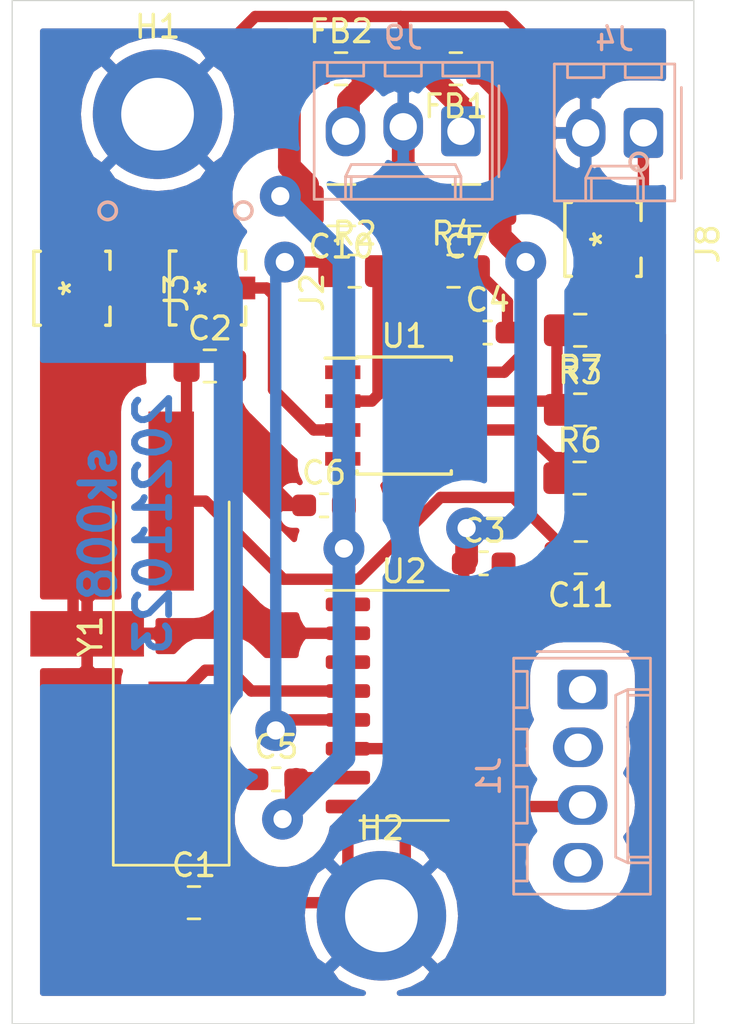
<source format=kicad_pcb>
(kicad_pcb (version 20171130) (host pcbnew "(5.1.5-0-10_14)")

  (general
    (thickness 1.6)
    (drawings 5)
    (tracks 174)
    (zones 0)
    (modules 27)
    (nets 16)
  )

  (page A4)
  (layers
    (0 F.Cu signal)
    (31 B.Cu signal)
    (32 B.Adhes user)
    (33 F.Adhes user)
    (34 B.Paste user)
    (35 F.Paste user)
    (36 B.SilkS user)
    (37 F.SilkS user)
    (38 B.Mask user)
    (39 F.Mask user)
    (40 Dwgs.User user)
    (41 Cmts.User user)
    (42 Eco1.User user)
    (43 Eco2.User user)
    (44 Edge.Cuts user)
    (45 Margin user)
    (46 B.CrtYd user)
    (47 F.CrtYd user)
    (48 B.Fab user)
    (49 F.Fab user)
  )

  (setup
    (last_trace_width 0.5)
    (user_trace_width 0.5)
    (user_trace_width 1)
    (trace_clearance 0.2)
    (zone_clearance 1.2)
    (zone_45_only no)
    (trace_min 0.2)
    (via_size 0.8)
    (via_drill 0.4)
    (via_min_size 0.4)
    (via_min_drill 0.3)
    (user_via 1.8 0.8)
    (uvia_size 0.3)
    (uvia_drill 0.1)
    (uvias_allowed no)
    (uvia_min_size 0.2)
    (uvia_min_drill 0.1)
    (edge_width 0.05)
    (segment_width 0.2)
    (pcb_text_width 0.3)
    (pcb_text_size 1.5 1.5)
    (mod_edge_width 0.12)
    (mod_text_size 1 1)
    (mod_text_width 0.15)
    (pad_size 1.524 1.524)
    (pad_drill 0.762)
    (pad_to_mask_clearance 0.051)
    (solder_mask_min_width 0.25)
    (aux_axis_origin 0 0)
    (visible_elements FFFFFF7F)
    (pcbplotparams
      (layerselection 0x010fc_ffffffff)
      (usegerberextensions false)
      (usegerberattributes false)
      (usegerberadvancedattributes false)
      (creategerberjobfile false)
      (excludeedgelayer true)
      (linewidth 0.100000)
      (plotframeref false)
      (viasonmask false)
      (mode 1)
      (useauxorigin false)
      (hpglpennumber 1)
      (hpglpenspeed 20)
      (hpglpendiameter 15.000000)
      (psnegative false)
      (psa4output false)
      (plotreference true)
      (plotvalue true)
      (plotinvisibletext false)
      (padsonsilk false)
      (subtractmaskfromsilk false)
      (outputformat 1)
      (mirror false)
      (drillshape 1)
      (scaleselection 1)
      (outputdirectory ""))
  )

  (net 0 "")
  (net 1 GND)
  (net 2 "Net-(C1-Pad1)")
  (net 3 +5V)
  (net 4 -5V)
  (net 5 /porch)
  (net 6 /burstin)
  (net 7 "Net-(R2-Pad2)")
  (net 8 "Net-(R3-Pad2)")
  (net 9 "Net-(C11-Pad2)")
  (net 10 "Net-(C11-Pad1)")
  (net 11 "Net-(FB1-Pad2)")
  (net 12 "Net-(FB2-Pad2)")
  (net 13 "Net-(J4-Pad1)")
  (net 14 "Net-(R2-Pad1)")
  (net 15 "Net-(R3-Pad1)")

  (net_class Default "This is the default net class."
    (clearance 0.2)
    (trace_width 0.25)
    (via_dia 0.8)
    (via_drill 0.4)
    (uvia_dia 0.3)
    (uvia_drill 0.1)
    (add_net +5V)
    (add_net -5V)
    (add_net /burstin)
    (add_net /porch)
    (add_net GND)
    (add_net "Net-(C1-Pad1)")
    (add_net "Net-(C11-Pad1)")
    (add_net "Net-(C11-Pad2)")
    (add_net "Net-(FB1-Pad2)")
    (add_net "Net-(FB2-Pad2)")
    (add_net "Net-(J4-Pad1)")
    (add_net "Net-(R2-Pad1)")
    (add_net "Net-(R2-Pad2)")
    (add_net "Net-(R3-Pad1)")
    (add_net "Net-(R3-Pad2)")
  )

  (module MountingHole:MountingHole_3.2mm_M3_ISO7380_Pad (layer F.Cu) (tedit 56D1B4CB) (tstamp 61742B59)
    (at 136.25 72.25)
    (descr "Mounting Hole 3.2mm, M3, ISO7380")
    (tags "mounting hole 3.2mm m3 iso7380")
    (path /617D92C2)
    (attr virtual)
    (fp_text reference H2 (at 0 -3.85) (layer F.SilkS)
      (effects (font (size 1 1) (thickness 0.15)))
    )
    (fp_text value MountingHole_Pad (at 0 3.85) (layer F.Fab)
      (effects (font (size 1 1) (thickness 0.15)))
    )
    (fp_circle (center 0 0) (end 3.1 0) (layer F.CrtYd) (width 0.05))
    (fp_circle (center 0 0) (end 2.85 0) (layer Cmts.User) (width 0.15))
    (fp_text user %R (at 0.3 0) (layer F.Fab)
      (effects (font (size 1 1) (thickness 0.15)))
    )
    (pad 1 thru_hole circle (at 0 0) (size 5.7 5.7) (drill 3.2) (layers *.Cu *.Mask)
      (net 1 GND))
  )

  (module MountingHole:MountingHole_3.2mm_M3_ISO7380_Pad (layer F.Cu) (tedit 56D1B4CB) (tstamp 61742B51)
    (at 126.4 37)
    (descr "Mounting Hole 3.2mm, M3, ISO7380")
    (tags "mounting hole 3.2mm m3 iso7380")
    (path /617D94C2)
    (attr virtual)
    (fp_text reference H1 (at 0 -3.85) (layer F.SilkS)
      (effects (font (size 1 1) (thickness 0.15)))
    )
    (fp_text value MountingHole_Pad (at 0 3.85) (layer F.Fab)
      (effects (font (size 1 1) (thickness 0.15)))
    )
    (fp_circle (center 0 0) (end 3.1 0) (layer F.CrtYd) (width 0.05))
    (fp_circle (center 0 0) (end 2.85 0) (layer Cmts.User) (width 0.15))
    (fp_text user %R (at 0.3 0) (layer F.Fab)
      (effects (font (size 1 1) (thickness 0.15)))
    )
    (pad 1 thru_hole circle (at 0 0) (size 5.7 5.7) (drill 3.2) (layers *.Cu *.Mask)
      (net 1 GND))
  )

  (module synkie_footprints:Molex_KK-254_AE-6410-02A_1x02_P2.54mm_Vertical (layer B.Cu) (tedit 5B78013E) (tstamp 617403C3)
    (at 147.78 37.82 180)
    (descr "Molex KK-254 Interconnect System, old/engineering part number: AE-6410-02A example for new part number: 22-27-2021, 2 Pins (http://www.molex.com/pdm_docs/sd/022272021_sd.pdf), generated with kicad-footprint-generator")
    (tags "connector Molex KK-254 side entry")
    (path /61795FBA)
    (fp_text reference J4 (at 1.27 4.12) (layer B.SilkS)
      (effects (font (size 1 1) (thickness 0.15)) (justify mirror))
    )
    (fp_text value subcarrier-out (at 1.27 -4.08) (layer B.Fab)
      (effects (font (size 1 1) (thickness 0.15)) (justify mirror))
    )
    (fp_text user %R (at 1.27 2.22) (layer B.Fab)
      (effects (font (size 1 1) (thickness 0.15)) (justify mirror))
    )
    (fp_line (start 4.31 3.42) (end -1.77 3.42) (layer B.CrtYd) (width 0.05))
    (fp_line (start 4.31 -3.38) (end 4.31 3.42) (layer B.CrtYd) (width 0.05))
    (fp_line (start -1.77 -3.38) (end 4.31 -3.38) (layer B.CrtYd) (width 0.05))
    (fp_line (start -1.77 3.42) (end -1.77 -3.38) (layer B.CrtYd) (width 0.05))
    (fp_line (start 3.34 2.43) (end 3.34 3.03) (layer B.SilkS) (width 0.12))
    (fp_line (start 1.74 2.43) (end 3.34 2.43) (layer B.SilkS) (width 0.12))
    (fp_line (start 1.74 3.03) (end 1.74 2.43) (layer B.SilkS) (width 0.12))
    (fp_line (start 0.8 2.43) (end 0.8 3.03) (layer B.SilkS) (width 0.12))
    (fp_line (start -0.8 2.43) (end 0.8 2.43) (layer B.SilkS) (width 0.12))
    (fp_line (start -0.8 3.03) (end -0.8 2.43) (layer B.SilkS) (width 0.12))
    (fp_line (start 2.29 -2.99) (end 2.29 -1.99) (layer B.SilkS) (width 0.12))
    (fp_line (start 0.25 -2.99) (end 0.25 -1.99) (layer B.SilkS) (width 0.12))
    (fp_line (start 2.29 -1.46) (end 2.54 -1.99) (layer B.SilkS) (width 0.12))
    (fp_line (start 0.25 -1.46) (end 2.29 -1.46) (layer B.SilkS) (width 0.12))
    (fp_line (start 0 -1.99) (end 0.25 -1.46) (layer B.SilkS) (width 0.12))
    (fp_line (start 2.54 -1.99) (end 2.54 -2.99) (layer B.SilkS) (width 0.12))
    (fp_line (start 0 -1.99) (end 2.54 -1.99) (layer B.SilkS) (width 0.12))
    (fp_line (start 0 -2.99) (end 0 -1.99) (layer B.SilkS) (width 0.12))
    (fp_line (start -0.562893 0) (end -1.27 -0.5) (layer B.Fab) (width 0.1))
    (fp_line (start -1.27 0.5) (end -0.562893 0) (layer B.Fab) (width 0.1))
    (fp_line (start -1.67 2) (end -1.67 -2) (layer B.SilkS) (width 0.12))
    (fp_line (start 3.92 3.03) (end -1.38 3.03) (layer B.SilkS) (width 0.12))
    (fp_line (start 3.92 -2.99) (end 3.92 3.03) (layer B.SilkS) (width 0.12))
    (fp_line (start -1.38 -2.99) (end 3.92 -2.99) (layer B.SilkS) (width 0.12))
    (fp_line (start -1.38 3.03) (end -1.38 -2.99) (layer B.SilkS) (width 0.12))
    (fp_line (start 3.81 2.92) (end -1.27 2.92) (layer B.Fab) (width 0.1))
    (fp_line (start 3.81 -2.88) (end 3.81 2.92) (layer B.Fab) (width 0.1))
    (fp_line (start -1.27 -2.88) (end 3.81 -2.88) (layer B.Fab) (width 0.1))
    (fp_line (start -1.27 2.92) (end -1.27 -2.88) (layer B.Fab) (width 0.1))
    (pad 2 thru_hole oval (at 2.54 0 180) (size 1.74 2.2) (drill 1.2) (layers *.Cu *.Mask)
      (net 1 GND))
    (pad 1 thru_hole roundrect (at 0 0 180) (size 1.74 2.2) (drill 1.2) (layers *.Cu *.Mask) (roundrect_rratio 0.143678)
      (net 13 "Net-(J4-Pad1)"))
    (model ${KISYS3DMOD}/Connector_Molex.3dshapes/Molex_KK-254_AE-6410-02A_1x02_P2.54mm_Vertical.wrl
      (at (xyz 0 0 0))
      (scale (xyz 1 1 1))
      (rotate (xyz 0 0 0))
    )
  )

  (module synkie_footprints:TE_UMCC_2337019-1 (layer F.Cu) (tedit 5FF19621) (tstamp 6174039F)
    (at 122.630601 44.652499 270)
    (path /6175696C)
    (fp_text reference J3 (at 0.2 -4.6 90) (layer F.SilkS)
      (effects (font (size 1 1) (thickness 0.15)))
    )
    (fp_text value "Burst through" (at 0.2 2.9 90) (layer F.SilkS) hide
      (effects (font (size 1 1) (thickness 0.15)))
    )
    (fp_text user "Copyright 2016 Accelerated Designs. All rights reserved." (at 0 0 90) (layer Cmts.User)
      (effects (font (size 0.127 0.127) (thickness 0.002)))
    )
    (fp_text user * (at 0 0 90) (layer F.SilkS)
      (effects (font (size 1 1) (thickness 0.15)))
    )
    (fp_text user * (at 0 0 90) (layer F.Fab)
      (effects (font (size 1 1) (thickness 0.15)))
    )
    (fp_line (start -1.6256 1.676401) (end 1.6256 1.676401) (layer F.SilkS) (width 0.1524))
    (fp_line (start 1.6256 1.676401) (end 1.6256 1.388241) (layer F.SilkS) (width 0.1524))
    (fp_line (start 1.6256 -1.6764) (end 0.82804 -1.6764) (layer F.SilkS) (width 0.1524))
    (fp_line (start -1.6256 -1.6764) (end -1.6256 -1.487039) (layer F.SilkS) (width 0.1524))
    (fp_line (start -1.4986 1.549401) (end 1.4986 1.549401) (layer F.Fab) (width 0.1524))
    (fp_line (start 1.4986 1.549401) (end 1.4986 -1.5494) (layer F.Fab) (width 0.1524))
    (fp_line (start 1.4986 -1.5494) (end -1.4986 -1.5494) (layer F.Fab) (width 0.1524))
    (fp_line (start -1.4986 -1.5494) (end -1.4986 1.549401) (layer F.Fab) (width 0.1524))
    (fp_line (start -0.82804 -1.6764) (end -1.6256 -1.6764) (layer F.SilkS) (width 0.1524))
    (fp_line (start -1.6256 1.388241) (end -1.6256 1.676401) (layer F.SilkS) (width 0.1524))
    (fp_line (start 1.6256 -1.487039) (end 1.6256 -1.6764) (layer F.SilkS) (width 0.1524))
    (fp_line (start -1.9222 -2.3491) (end -1.9222 1.803401) (layer F.CrtYd) (width 0.1524))
    (fp_line (start -1.9222 1.803401) (end 1.9222 1.803401) (layer F.CrtYd) (width 0.1524))
    (fp_line (start 1.9222 1.803401) (end 1.9222 -2.3491) (layer F.CrtYd) (width 0.1524))
    (fp_line (start 1.9222 -2.3491) (end -1.9222 -2.3491) (layer F.CrtYd) (width 0.1524))
    (fp_circle (center 0 -3.4794) (end 0.381 -3.4794) (layer F.Fab) (width 0.1524))
    (fp_circle (center -3.4036 -1.5744) (end -3.0226 -1.5744) (layer F.SilkS) (width 0.1524))
    (fp_circle (center -3.4036 -1.5744) (end -3.0226 -1.5744) (layer B.SilkS) (width 0.1524))
    (pad 1 smd rect (at 0 -1.5744 270) (size 1 1.05) (layers F.Cu F.Paste F.Mask)
      (net 6 /burstin))
    (pad 2 smd rect (at -1.497501 -0.049399 270) (size 1.0414 2.2098) (layers F.Cu F.Paste F.Mask)
      (net 1 GND))
    (pad 3 smd rect (at 1.497501 -0.049399 270) (size 1.0414 2.2098) (layers F.Cu F.Paste F.Mask)
      (net 1 GND))
  )

  (module synkie_footprints:L_0805_2012Metric_Pad1.15x1.40mm_HandSolder (layer F.Cu) (tedit 5B36C52B) (tstamp 61740312)
    (at 134.475 35)
    (descr "Capacitor SMD 0805 (2012 Metric), square (rectangular) end terminal, IPC_7351 nominal with elongated pad for handsoldering. (Body size source: https://docs.google.com/spreadsheets/d/1BsfQQcO9C6DZCsRaXUlFlo91Tg2WpOkGARC1WS5S8t0/edit?usp=sharing), generated with kicad-footprint-generator")
    (tags "inductor handsolder")
    (path /6179B675)
    (attr smd)
    (fp_text reference FB2 (at 0 -1.65) (layer F.SilkS)
      (effects (font (size 1 1) (thickness 0.15)))
    )
    (fp_text value Ferrite_Bead (at 0 1.65) (layer F.Fab)
      (effects (font (size 1 1) (thickness 0.15)))
    )
    (fp_line (start -1 0.6) (end -1 -0.6) (layer F.Fab) (width 0.1))
    (fp_line (start -1 -0.6) (end 1 -0.6) (layer F.Fab) (width 0.1))
    (fp_line (start 1 -0.6) (end 1 0.6) (layer F.Fab) (width 0.1))
    (fp_line (start 1 0.6) (end -1 0.6) (layer F.Fab) (width 0.1))
    (fp_line (start -0.261252 -0.71) (end 0.261252 -0.71) (layer F.SilkS) (width 0.12))
    (fp_line (start -0.261252 0.71) (end 0.261252 0.71) (layer F.SilkS) (width 0.12))
    (fp_line (start -1.85 0.95) (end -1.85 -0.95) (layer F.CrtYd) (width 0.05))
    (fp_line (start -1.85 -0.95) (end 1.85 -0.95) (layer F.CrtYd) (width 0.05))
    (fp_line (start 1.85 -0.95) (end 1.85 0.95) (layer F.CrtYd) (width 0.05))
    (fp_line (start 1.85 0.95) (end -1.85 0.95) (layer F.CrtYd) (width 0.05))
    (fp_text user %R (at 0 0) (layer F.Fab)
      (effects (font (size 0.5 0.5) (thickness 0.08)))
    )
    (pad 1 smd roundrect (at -1.025 0) (size 1.15 1.4) (layers F.Cu F.Paste F.Mask) (roundrect_rratio 0.217391)
      (net 4 -5V))
    (pad 2 smd roundrect (at 1.025 0) (size 1.15 1.4) (layers F.Cu F.Paste F.Mask) (roundrect_rratio 0.217391)
      (net 12 "Net-(FB2-Pad2)"))
    (model ${KISYS3DMOD}/Inductor_SMD.3dshapes/L_0805_2012Metric.wrl
      (at (xyz 0 0 0))
      (scale (xyz 1 1 1))
      (rotate (xyz 0 0 0))
    )
  )

  (module synkie_footprints:L_0805_2012Metric_Pad1.15x1.40mm_HandSolder (layer F.Cu) (tedit 5B36C52B) (tstamp 61740301)
    (at 139.525 35 180)
    (descr "Capacitor SMD 0805 (2012 Metric), square (rectangular) end terminal, IPC_7351 nominal with elongated pad for handsoldering. (Body size source: https://docs.google.com/spreadsheets/d/1BsfQQcO9C6DZCsRaXUlFlo91Tg2WpOkGARC1WS5S8t0/edit?usp=sharing), generated with kicad-footprint-generator")
    (tags "inductor handsolder")
    (path /6179E216)
    (attr smd)
    (fp_text reference FB1 (at 0 -1.65) (layer F.SilkS)
      (effects (font (size 1 1) (thickness 0.15)))
    )
    (fp_text value Ferrite_Bead (at 0 1.65) (layer F.Fab)
      (effects (font (size 1 1) (thickness 0.15)))
    )
    (fp_line (start -1 0.6) (end -1 -0.6) (layer F.Fab) (width 0.1))
    (fp_line (start -1 -0.6) (end 1 -0.6) (layer F.Fab) (width 0.1))
    (fp_line (start 1 -0.6) (end 1 0.6) (layer F.Fab) (width 0.1))
    (fp_line (start 1 0.6) (end -1 0.6) (layer F.Fab) (width 0.1))
    (fp_line (start -0.261252 -0.71) (end 0.261252 -0.71) (layer F.SilkS) (width 0.12))
    (fp_line (start -0.261252 0.71) (end 0.261252 0.71) (layer F.SilkS) (width 0.12))
    (fp_line (start -1.85 0.95) (end -1.85 -0.95) (layer F.CrtYd) (width 0.05))
    (fp_line (start -1.85 -0.95) (end 1.85 -0.95) (layer F.CrtYd) (width 0.05))
    (fp_line (start 1.85 -0.95) (end 1.85 0.95) (layer F.CrtYd) (width 0.05))
    (fp_line (start 1.85 0.95) (end -1.85 0.95) (layer F.CrtYd) (width 0.05))
    (fp_text user %R (at 0 0) (layer F.Fab)
      (effects (font (size 0.5 0.5) (thickness 0.08)))
    )
    (pad 1 smd roundrect (at -1.025 0 180) (size 1.15 1.4) (layers F.Cu F.Paste F.Mask) (roundrect_rratio 0.217391)
      (net 3 +5V))
    (pad 2 smd roundrect (at 1.025 0 180) (size 1.15 1.4) (layers F.Cu F.Paste F.Mask) (roundrect_rratio 0.217391)
      (net 11 "Net-(FB1-Pad2)"))
    (model ${KISYS3DMOD}/Inductor_SMD.3dshapes/L_0805_2012Metric.wrl
      (at (xyz 0 0 0))
      (scale (xyz 1 1 1))
      (rotate (xyz 0 0 0))
    )
  )

  (module synkie_footprints:C_0805_2012Metric_Pad1.15x1.40mm_HandSolder (layer F.Cu) (tedit 5B36C52B) (tstamp 617402F0)
    (at 145.025 56.5 180)
    (descr "Capacitor SMD 0805 (2012 Metric), square (rectangular) end terminal, IPC_7351 nominal with elongated pad for handsoldering. (Body size source: https://docs.google.com/spreadsheets/d/1BsfQQcO9C6DZCsRaXUlFlo91Tg2WpOkGARC1WS5S8t0/edit?usp=sharing), generated with kicad-footprint-generator")
    (tags "capacitor handsolder")
    (path /617A7F8A)
    (attr smd)
    (fp_text reference C11 (at 0 -1.65) (layer F.SilkS)
      (effects (font (size 1 1) (thickness 0.15)))
    )
    (fp_text value 100n (at 0 1.65) (layer F.Fab)
      (effects (font (size 1 1) (thickness 0.15)))
    )
    (fp_text user %R (at 0 0) (layer F.Fab)
      (effects (font (size 0.5 0.5) (thickness 0.08)))
    )
    (fp_line (start 1.85 0.95) (end -1.85 0.95) (layer F.CrtYd) (width 0.05))
    (fp_line (start 1.85 -0.95) (end 1.85 0.95) (layer F.CrtYd) (width 0.05))
    (fp_line (start -1.85 -0.95) (end 1.85 -0.95) (layer F.CrtYd) (width 0.05))
    (fp_line (start -1.85 0.95) (end -1.85 -0.95) (layer F.CrtYd) (width 0.05))
    (fp_line (start -0.261252 0.71) (end 0.261252 0.71) (layer F.SilkS) (width 0.12))
    (fp_line (start -0.261252 -0.71) (end 0.261252 -0.71) (layer F.SilkS) (width 0.12))
    (fp_line (start 1 0.6) (end -1 0.6) (layer F.Fab) (width 0.1))
    (fp_line (start 1 -0.6) (end 1 0.6) (layer F.Fab) (width 0.1))
    (fp_line (start -1 -0.6) (end 1 -0.6) (layer F.Fab) (width 0.1))
    (fp_line (start -1 0.6) (end -1 -0.6) (layer F.Fab) (width 0.1))
    (pad 2 smd roundrect (at 1.025 0 180) (size 1.15 1.4) (layers F.Cu F.Paste F.Mask) (roundrect_rratio 0.217391)
      (net 9 "Net-(C11-Pad2)"))
    (pad 1 smd roundrect (at -1.025 0 180) (size 1.15 1.4) (layers F.Cu F.Paste F.Mask) (roundrect_rratio 0.217391)
      (net 10 "Net-(C11-Pad1)"))
    (model ${KISYS3DMOD}/Capacitor_SMD.3dshapes/C_0805_2012Metric.wrl
      (at (xyz 0 0 0))
      (scale (xyz 1 1 1))
      (rotate (xyz 0 0 0))
    )
  )

  (module synkie_footprints:C_1206_3216Metric_Pad1.42x1.75mm_HandSolder (layer F.Cu) (tedit 5B301BBE) (tstamp 617402DF)
    (at 134.4875 41 180)
    (descr "Capacitor SMD 1206 (3216 Metric), square (rectangular) end terminal, IPC_7351 nominal with elongated pad for handsoldering. (Body size source: http://www.tortai-tech.com/upload/download/2011102023233369053.pdf), generated with kicad-footprint-generator")
    (tags "capacitor handsolder")
    (path /617A4DA0)
    (attr smd)
    (fp_text reference C10 (at 0 -1.82) (layer F.SilkS)
      (effects (font (size 1 1) (thickness 0.15)))
    )
    (fp_text value 10u (at 0 1.82) (layer F.Fab)
      (effects (font (size 1 1) (thickness 0.15)))
    )
    (fp_text user %R (at 0 0) (layer F.Fab)
      (effects (font (size 0.8 0.8) (thickness 0.12)))
    )
    (fp_line (start 2.45 1.12) (end -2.45 1.12) (layer F.CrtYd) (width 0.05))
    (fp_line (start 2.45 -1.12) (end 2.45 1.12) (layer F.CrtYd) (width 0.05))
    (fp_line (start -2.45 -1.12) (end 2.45 -1.12) (layer F.CrtYd) (width 0.05))
    (fp_line (start -2.45 1.12) (end -2.45 -1.12) (layer F.CrtYd) (width 0.05))
    (fp_line (start -0.602064 0.91) (end 0.602064 0.91) (layer F.SilkS) (width 0.12))
    (fp_line (start -0.602064 -0.91) (end 0.602064 -0.91) (layer F.SilkS) (width 0.12))
    (fp_line (start 1.6 0.8) (end -1.6 0.8) (layer F.Fab) (width 0.1))
    (fp_line (start 1.6 -0.8) (end 1.6 0.8) (layer F.Fab) (width 0.1))
    (fp_line (start -1.6 -0.8) (end 1.6 -0.8) (layer F.Fab) (width 0.1))
    (fp_line (start -1.6 0.8) (end -1.6 -0.8) (layer F.Fab) (width 0.1))
    (pad 2 smd roundrect (at 1.4875 0 180) (size 1.425 1.75) (layers F.Cu F.Paste F.Mask) (roundrect_rratio 0.175439)
      (net 4 -5V))
    (pad 1 smd roundrect (at -1.4875 0 180) (size 1.425 1.75) (layers F.Cu F.Paste F.Mask) (roundrect_rratio 0.175439)
      (net 1 GND))
    (model ${KISYS3DMOD}/Capacitor_SMD.3dshapes/C_1206_3216Metric.wrl
      (at (xyz 0 0 0))
      (scale (xyz 1 1 1))
      (rotate (xyz 0 0 0))
    )
  )

  (module synkie_footprints:C_1206_3216Metric_Pad1.42x1.75mm_HandSolder (layer F.Cu) (tedit 5B301BBE) (tstamp 617402AC)
    (at 139.9875 41 180)
    (descr "Capacitor SMD 1206 (3216 Metric), square (rectangular) end terminal, IPC_7351 nominal with elongated pad for handsoldering. (Body size source: http://www.tortai-tech.com/upload/download/2011102023233369053.pdf), generated with kicad-footprint-generator")
    (tags "capacitor handsolder")
    (path /617A4161)
    (attr smd)
    (fp_text reference C7 (at 0 -1.82) (layer F.SilkS)
      (effects (font (size 1 1) (thickness 0.15)))
    )
    (fp_text value 10u (at 0 1.82) (layer F.Fab)
      (effects (font (size 1 1) (thickness 0.15)))
    )
    (fp_text user %R (at 0 0) (layer F.Fab)
      (effects (font (size 0.8 0.8) (thickness 0.12)))
    )
    (fp_line (start 2.45 1.12) (end -2.45 1.12) (layer F.CrtYd) (width 0.05))
    (fp_line (start 2.45 -1.12) (end 2.45 1.12) (layer F.CrtYd) (width 0.05))
    (fp_line (start -2.45 -1.12) (end 2.45 -1.12) (layer F.CrtYd) (width 0.05))
    (fp_line (start -2.45 1.12) (end -2.45 -1.12) (layer F.CrtYd) (width 0.05))
    (fp_line (start -0.602064 0.91) (end 0.602064 0.91) (layer F.SilkS) (width 0.12))
    (fp_line (start -0.602064 -0.91) (end 0.602064 -0.91) (layer F.SilkS) (width 0.12))
    (fp_line (start 1.6 0.8) (end -1.6 0.8) (layer F.Fab) (width 0.1))
    (fp_line (start 1.6 -0.8) (end 1.6 0.8) (layer F.Fab) (width 0.1))
    (fp_line (start -1.6 -0.8) (end 1.6 -0.8) (layer F.Fab) (width 0.1))
    (fp_line (start -1.6 0.8) (end -1.6 -0.8) (layer F.Fab) (width 0.1))
    (pad 2 smd roundrect (at 1.4875 0 180) (size 1.425 1.75) (layers F.Cu F.Paste F.Mask) (roundrect_rratio 0.175439)
      (net 1 GND))
    (pad 1 smd roundrect (at -1.4875 0 180) (size 1.425 1.75) (layers F.Cu F.Paste F.Mask) (roundrect_rratio 0.175439)
      (net 3 +5V))
    (model ${KISYS3DMOD}/Capacitor_SMD.3dshapes/C_1206_3216Metric.wrl
      (at (xyz 0 0 0))
      (scale (xyz 1 1 1))
      (rotate (xyz 0 0 0))
    )
  )

  (module synkie_footprints:R_0805_2012Metric_Pad1.15x1.40mm_HandSolder (layer F.Cu) (tedit 5B36C52B) (tstamp 6173488C)
    (at 144.975 53)
    (descr "Resistor SMD 0805 (2012 Metric), square (rectangular) end terminal, IPC_7351 nominal with elongated pad for handsoldering. (Body size source: https://docs.google.com/spreadsheets/d/1BsfQQcO9C6DZCsRaXUlFlo91Tg2WpOkGARC1WS5S8t0/edit?usp=sharing), generated with kicad-footprint-generator")
    (tags "resistor handsolder")
    (path /6175352C)
    (attr smd)
    (fp_text reference R6 (at 0 -1.65) (layer F.SilkS)
      (effects (font (size 1 1) (thickness 0.15)))
    )
    (fp_text value 10k (at 0 1.65) (layer F.Fab)
      (effects (font (size 1 1) (thickness 0.15)))
    )
    (fp_text user %R (at 0 0) (layer F.Fab)
      (effects (font (size 0.5 0.5) (thickness 0.08)))
    )
    (fp_line (start 1.85 0.95) (end -1.85 0.95) (layer F.CrtYd) (width 0.05))
    (fp_line (start 1.85 -0.95) (end 1.85 0.95) (layer F.CrtYd) (width 0.05))
    (fp_line (start -1.85 -0.95) (end 1.85 -0.95) (layer F.CrtYd) (width 0.05))
    (fp_line (start -1.85 0.95) (end -1.85 -0.95) (layer F.CrtYd) (width 0.05))
    (fp_line (start -0.261252 0.71) (end 0.261252 0.71) (layer F.SilkS) (width 0.12))
    (fp_line (start -0.261252 -0.71) (end 0.261252 -0.71) (layer F.SilkS) (width 0.12))
    (fp_line (start 1 0.6) (end -1 0.6) (layer F.Fab) (width 0.1))
    (fp_line (start 1 -0.6) (end 1 0.6) (layer F.Fab) (width 0.1))
    (fp_line (start -1 -0.6) (end 1 -0.6) (layer F.Fab) (width 0.1))
    (fp_line (start -1 0.6) (end -1 -0.6) (layer F.Fab) (width 0.1))
    (pad 2 smd roundrect (at 1.025 0) (size 1.15 1.4) (layers F.Cu F.Paste F.Mask) (roundrect_rratio 0.217391)
      (net 10 "Net-(C11-Pad1)"))
    (pad 1 smd roundrect (at -1.025 0) (size 1.15 1.4) (layers F.Cu F.Paste F.Mask) (roundrect_rratio 0.217391)
      (net 8 "Net-(R3-Pad2)"))
    (model ${KISYS3DMOD}/Resistor_SMD.3dshapes/R_0805_2012Metric.wrl
      (at (xyz 0 0 0))
      (scale (xyz 1 1 1))
      (rotate (xyz 0 0 0))
    )
  )

  (module synkie_footprints:R_0805_2012Metric_Pad1.15x1.40mm_HandSolder (layer F.Cu) (tedit 5B36C52B) (tstamp 6173484B)
    (at 145 50)
    (descr "Resistor SMD 0805 (2012 Metric), square (rectangular) end terminal, IPC_7351 nominal with elongated pad for handsoldering. (Body size source: https://docs.google.com/spreadsheets/d/1BsfQQcO9C6DZCsRaXUlFlo91Tg2WpOkGARC1WS5S8t0/edit?usp=sharing), generated with kicad-footprint-generator")
    (tags "resistor handsolder")
    (path /61753526)
    (attr smd)
    (fp_text reference R3 (at 0 -1.65) (layer F.SilkS)
      (effects (font (size 1 1) (thickness 0.15)))
    )
    (fp_text value 100k (at 0 1.65) (layer F.Fab)
      (effects (font (size 1 1) (thickness 0.15)))
    )
    (fp_text user %R (at 0 0) (layer F.Fab)
      (effects (font (size 0.5 0.5) (thickness 0.08)))
    )
    (fp_line (start 1.85 0.95) (end -1.85 0.95) (layer F.CrtYd) (width 0.05))
    (fp_line (start 1.85 -0.95) (end 1.85 0.95) (layer F.CrtYd) (width 0.05))
    (fp_line (start -1.85 -0.95) (end 1.85 -0.95) (layer F.CrtYd) (width 0.05))
    (fp_line (start -1.85 0.95) (end -1.85 -0.95) (layer F.CrtYd) (width 0.05))
    (fp_line (start -0.261252 0.71) (end 0.261252 0.71) (layer F.SilkS) (width 0.12))
    (fp_line (start -0.261252 -0.71) (end 0.261252 -0.71) (layer F.SilkS) (width 0.12))
    (fp_line (start 1 0.6) (end -1 0.6) (layer F.Fab) (width 0.1))
    (fp_line (start 1 -0.6) (end 1 0.6) (layer F.Fab) (width 0.1))
    (fp_line (start -1 -0.6) (end 1 -0.6) (layer F.Fab) (width 0.1))
    (fp_line (start -1 0.6) (end -1 -0.6) (layer F.Fab) (width 0.1))
    (pad 2 smd roundrect (at 1.025 0) (size 1.15 1.4) (layers F.Cu F.Paste F.Mask) (roundrect_rratio 0.217391)
      (net 8 "Net-(R3-Pad2)"))
    (pad 1 smd roundrect (at -1.025 0) (size 1.15 1.4) (layers F.Cu F.Paste F.Mask) (roundrect_rratio 0.217391)
      (net 15 "Net-(R3-Pad1)"))
    (model ${KISYS3DMOD}/Resistor_SMD.3dshapes/R_0805_2012Metric.wrl
      (at (xyz 0 0 0))
      (scale (xyz 1 1 1))
      (rotate (xyz 0 0 0))
    )
  )

  (module synkie_footprints:C_0603_1608Metric_Pad1.05x0.95mm_HandSolder (layer F.Cu) (tedit 5B301BBE) (tstamp 61735627)
    (at 133.725 54.2)
    (descr "Capacitor SMD 0603 (1608 Metric), square (rectangular) end terminal, IPC_7351 nominal with elongated pad for handsoldering. (Body size source: http://www.tortai-tech.com/upload/download/2011102023233369053.pdf), generated with kicad-footprint-generator")
    (tags "capacitor handsolder")
    (path /6174AF10)
    (attr smd)
    (fp_text reference C6 (at 0 -1.43) (layer F.SilkS)
      (effects (font (size 1 1) (thickness 0.15)))
    )
    (fp_text value 100n (at 0 1.43) (layer F.Fab)
      (effects (font (size 1 1) (thickness 0.15)))
    )
    (fp_text user %R (at 0 0) (layer F.Fab)
      (effects (font (size 0.4 0.4) (thickness 0.06)))
    )
    (fp_line (start 1.65 0.73) (end -1.65 0.73) (layer F.CrtYd) (width 0.05))
    (fp_line (start 1.65 -0.73) (end 1.65 0.73) (layer F.CrtYd) (width 0.05))
    (fp_line (start -1.65 -0.73) (end 1.65 -0.73) (layer F.CrtYd) (width 0.05))
    (fp_line (start -1.65 0.73) (end -1.65 -0.73) (layer F.CrtYd) (width 0.05))
    (fp_line (start -0.171267 0.51) (end 0.171267 0.51) (layer F.SilkS) (width 0.12))
    (fp_line (start -0.171267 -0.51) (end 0.171267 -0.51) (layer F.SilkS) (width 0.12))
    (fp_line (start 0.8 0.4) (end -0.8 0.4) (layer F.Fab) (width 0.1))
    (fp_line (start 0.8 -0.4) (end 0.8 0.4) (layer F.Fab) (width 0.1))
    (fp_line (start -0.8 -0.4) (end 0.8 -0.4) (layer F.Fab) (width 0.1))
    (fp_line (start -0.8 0.4) (end -0.8 -0.4) (layer F.Fab) (width 0.1))
    (pad 2 smd roundrect (at 0.875 0) (size 1.05 0.95) (layers F.Cu F.Paste F.Mask) (roundrect_rratio 0.25)
      (net 4 -5V))
    (pad 1 smd roundrect (at -0.875 0) (size 1.05 0.95) (layers F.Cu F.Paste F.Mask) (roundrect_rratio 0.25)
      (net 1 GND))
    (model ${KISYS3DMOD}/Capacitor_SMD.3dshapes/C_0603_1608Metric.wrl
      (at (xyz 0 0 0))
      (scale (xyz 1 1 1))
      (rotate (xyz 0 0 0))
    )
  )

  (module synkie_footprints:C_0603_1608Metric_Pad1.05x0.95mm_HandSolder (layer F.Cu) (tedit 5B301BBE) (tstamp 61734682)
    (at 140.925 46.6)
    (descr "Capacitor SMD 0603 (1608 Metric), square (rectangular) end terminal, IPC_7351 nominal with elongated pad for handsoldering. (Body size source: http://www.tortai-tech.com/upload/download/2011102023233369053.pdf), generated with kicad-footprint-generator")
    (tags "capacitor handsolder")
    (path /6174AF0A)
    (attr smd)
    (fp_text reference C4 (at 0 -1.43) (layer F.SilkS)
      (effects (font (size 1 1) (thickness 0.15)))
    )
    (fp_text value 100n (at 0 1.43) (layer F.Fab)
      (effects (font (size 1 1) (thickness 0.15)))
    )
    (fp_text user %R (at 0 0) (layer F.Fab)
      (effects (font (size 0.4 0.4) (thickness 0.06)))
    )
    (fp_line (start 1.65 0.73) (end -1.65 0.73) (layer F.CrtYd) (width 0.05))
    (fp_line (start 1.65 -0.73) (end 1.65 0.73) (layer F.CrtYd) (width 0.05))
    (fp_line (start -1.65 -0.73) (end 1.65 -0.73) (layer F.CrtYd) (width 0.05))
    (fp_line (start -1.65 0.73) (end -1.65 -0.73) (layer F.CrtYd) (width 0.05))
    (fp_line (start -0.171267 0.51) (end 0.171267 0.51) (layer F.SilkS) (width 0.12))
    (fp_line (start -0.171267 -0.51) (end 0.171267 -0.51) (layer F.SilkS) (width 0.12))
    (fp_line (start 0.8 0.4) (end -0.8 0.4) (layer F.Fab) (width 0.1))
    (fp_line (start 0.8 -0.4) (end 0.8 0.4) (layer F.Fab) (width 0.1))
    (fp_line (start -0.8 -0.4) (end 0.8 -0.4) (layer F.Fab) (width 0.1))
    (fp_line (start -0.8 0.4) (end -0.8 -0.4) (layer F.Fab) (width 0.1))
    (pad 2 smd roundrect (at 0.875 0) (size 1.05 0.95) (layers F.Cu F.Paste F.Mask) (roundrect_rratio 0.25)
      (net 1 GND))
    (pad 1 smd roundrect (at -0.875 0) (size 1.05 0.95) (layers F.Cu F.Paste F.Mask) (roundrect_rratio 0.25)
      (net 3 +5V))
    (model ${KISYS3DMOD}/Capacitor_SMD.3dshapes/C_0603_1608Metric.wrl
      (at (xyz 0 0 0))
      (scale (xyz 1 1 1))
      (rotate (xyz 0 0 0))
    )
  )

  (module synkie_footprints:Crystal_SMD_HC49-SD_HandSoldering_3pin (layer F.Cu) (tedit 6159C3BF) (tstamp 617421D4)
    (at 127 59.95 90)
    (descr "SMD Crystal HC-49-SD http://cdn-reichelt.de/documents/datenblatt/B400/xxx-HC49-SMD.pdf, hand-soldering, 11.4x4.7mm^2 package")
    (tags "SMD SMT crystal hand-soldering")
    (path /61736A10)
    (attr smd)
    (fp_text reference Y1 (at 0 -3.55 90) (layer F.SilkS)
      (effects (font (size 1 1) (thickness 0.15)))
    )
    (fp_text value Crystal_GND2 (at 0 3.55 90) (layer F.Fab)
      (effects (font (size 1 1) (thickness 0.15)))
    )
    (fp_arc (start 3.015 0) (end 3.015 -2.115) (angle 180) (layer F.Fab) (width 0.1))
    (fp_arc (start -3.015 0) (end -3.015 -2.115) (angle -180) (layer F.Fab) (width 0.1))
    (fp_line (start 10.2 -2.6) (end -10.2 -2.6) (layer F.CrtYd) (width 0.05))
    (fp_line (start 10.2 2.6) (end 10.2 -2.6) (layer F.CrtYd) (width 0.05))
    (fp_line (start -10.2 2.6) (end 10.2 2.6) (layer F.CrtYd) (width 0.05))
    (fp_line (start -10.2 -2.6) (end -10.2 2.6) (layer F.CrtYd) (width 0.05))
    (fp_line (start -10.075 2.55) (end 5.9 2.55) (layer F.SilkS) (width 0.12))
    (fp_line (start -10.075 -2.55) (end -10.075 2.55) (layer F.SilkS) (width 0.12))
    (fp_line (start 5.9 -2.55) (end -10.075 -2.55) (layer F.SilkS) (width 0.12))
    (fp_line (start -3.015 2.115) (end 3.015 2.115) (layer F.Fab) (width 0.1))
    (fp_line (start -3.015 -2.115) (end 3.015 -2.115) (layer F.Fab) (width 0.1))
    (fp_line (start 5.7 -2.35) (end -5.7 -2.35) (layer F.Fab) (width 0.1))
    (fp_line (start 5.7 2.35) (end 5.7 -2.35) (layer F.Fab) (width 0.1))
    (fp_line (start -5.7 2.35) (end 5.7 2.35) (layer F.Fab) (width 0.1))
    (fp_line (start -5.7 -2.35) (end -5.7 2.35) (layer F.Fab) (width 0.1))
    (fp_text user %R (at 0 0 90) (layer F.Fab)
      (effects (font (size 1 1) (thickness 0.15)))
    )
    (pad 2 smd rect (at 0.1 -3.7 90) (size 2 5) (layers F.Cu F.Paste F.Mask)
      (net 1 GND))
    (pad 3 smd rect (at 5.9375 0 90) (size 7.875 2) (layers F.Cu F.Paste F.Mask)
      (net 9 "Net-(C11-Pad2)"))
    (pad 1 smd rect (at -5.9375 0 90) (size 7.875 2) (layers F.Cu F.Paste F.Mask)
      (net 2 "Net-(C1-Pad1)"))
    (model ${KISYS3DMOD}/Crystal.3dshapes/Crystal_SMD_HC49-SD.wrl
      (at (xyz 0 0 0))
      (scale (xyz 1 1 1))
      (rotate (xyz 0 0 0))
    )
  )

  (module synkie_footprints:SOIC-16_3.9x9.9mm_P1.27mm (layer F.Cu) (tedit 5D9F72B1) (tstamp 6172E0F3)
    (at 137.25 63)
    (descr "SOIC, 16 Pin (JEDEC MS-012AC, https://www.analog.com/media/en/package-pcb-resources/package/pkg_pdf/soic_narrow-r/r_16.pdf), generated with kicad-footprint-generator ipc_gullwing_generator.py")
    (tags "SOIC SO")
    (path /6172F1F3)
    (attr smd)
    (fp_text reference U2 (at 0 -5.9) (layer F.SilkS)
      (effects (font (size 1 1) (thickness 0.15)))
    )
    (fp_text value 4053 (at 0 5.9) (layer F.Fab)
      (effects (font (size 1 1) (thickness 0.15)))
    )
    (fp_line (start 0 5.06) (end 1.95 5.06) (layer F.SilkS) (width 0.12))
    (fp_line (start 0 5.06) (end -1.95 5.06) (layer F.SilkS) (width 0.12))
    (fp_line (start 0 -5.06) (end 1.95 -5.06) (layer F.SilkS) (width 0.12))
    (fp_line (start 0 -5.06) (end -3.45 -5.06) (layer F.SilkS) (width 0.12))
    (fp_line (start -0.975 -4.95) (end 1.95 -4.95) (layer F.Fab) (width 0.1))
    (fp_line (start 1.95 -4.95) (end 1.95 4.95) (layer F.Fab) (width 0.1))
    (fp_line (start 1.95 4.95) (end -1.95 4.95) (layer F.Fab) (width 0.1))
    (fp_line (start -1.95 4.95) (end -1.95 -3.975) (layer F.Fab) (width 0.1))
    (fp_line (start -1.95 -3.975) (end -0.975 -4.95) (layer F.Fab) (width 0.1))
    (fp_line (start -3.7 -5.2) (end -3.7 5.2) (layer F.CrtYd) (width 0.05))
    (fp_line (start -3.7 5.2) (end 3.7 5.2) (layer F.CrtYd) (width 0.05))
    (fp_line (start 3.7 5.2) (end 3.7 -5.2) (layer F.CrtYd) (width 0.05))
    (fp_line (start 3.7 -5.2) (end -3.7 -5.2) (layer F.CrtYd) (width 0.05))
    (fp_text user %R (at 0 0) (layer F.Fab)
      (effects (font (size 0.98 0.98) (thickness 0.15)))
    )
    (pad 1 smd roundrect (at -2.475 -4.445) (size 1.95 0.6) (layers F.Cu F.Paste F.Mask) (roundrect_rratio 0.25))
    (pad 2 smd roundrect (at -2.475 -3.175) (size 1.95 0.6) (layers F.Cu F.Paste F.Mask) (roundrect_rratio 0.25)
      (net 1 GND))
    (pad 3 smd roundrect (at -2.475 -1.905) (size 1.95 0.6) (layers F.Cu F.Paste F.Mask) (roundrect_rratio 0.25))
    (pad 4 smd roundrect (at -2.475 -0.635) (size 1.95 0.6) (layers F.Cu F.Paste F.Mask) (roundrect_rratio 0.25)
      (net 2 "Net-(C1-Pad1)"))
    (pad 5 smd roundrect (at -2.475 0.635) (size 1.95 0.6) (layers F.Cu F.Paste F.Mask) (roundrect_rratio 0.25)
      (net 14 "Net-(R2-Pad1)"))
    (pad 6 smd roundrect (at -2.475 1.905) (size 1.95 0.6) (layers F.Cu F.Paste F.Mask) (roundrect_rratio 0.25)
      (net 1 GND))
    (pad 7 smd roundrect (at -2.475 3.175) (size 1.95 0.6) (layers F.Cu F.Paste F.Mask) (roundrect_rratio 0.25)
      (net 4 -5V))
    (pad 8 smd roundrect (at -2.475 4.445) (size 1.95 0.6) (layers F.Cu F.Paste F.Mask) (roundrect_rratio 0.25)
      (net 1 GND))
    (pad 9 smd roundrect (at 2.475 4.445) (size 1.95 0.6) (layers F.Cu F.Paste F.Mask) (roundrect_rratio 0.25)
      (net 5 /porch))
    (pad 10 smd roundrect (at 2.475 3.175) (size 1.95 0.6) (layers F.Cu F.Paste F.Mask) (roundrect_rratio 0.25)
      (net 1 GND))
    (pad 11 smd roundrect (at 2.475 1.905) (size 1.95 0.6) (layers F.Cu F.Paste F.Mask) (roundrect_rratio 0.25)
      (net 1 GND))
    (pad 12 smd roundrect (at 2.475 0.635) (size 1.95 0.6) (layers F.Cu F.Paste F.Mask) (roundrect_rratio 0.25)
      (net 1 GND))
    (pad 13 smd roundrect (at 2.475 -0.635) (size 1.95 0.6) (layers F.Cu F.Paste F.Mask) (roundrect_rratio 0.25))
    (pad 14 smd roundrect (at 2.475 -1.905) (size 1.95 0.6) (layers F.Cu F.Paste F.Mask) (roundrect_rratio 0.25))
    (pad 15 smd roundrect (at 2.475 -3.175) (size 1.95 0.6) (layers F.Cu F.Paste F.Mask) (roundrect_rratio 0.25))
    (pad 16 smd roundrect (at 2.475 -4.445) (size 1.95 0.6) (layers F.Cu F.Paste F.Mask) (roundrect_rratio 0.25)
      (net 3 +5V))
    (model ${KISYS3DMOD}/Package_SO.3dshapes/SOIC-16_3.9x9.9mm_P1.27mm.wrl
      (at (xyz 0 0 0))
      (scale (xyz 1 1 1))
      (rotate (xyz 0 0 0))
    )
  )

  (module synkie_footprints:SOIC-8_3.9x4.9mm_P1.27mm (layer F.Cu) (tedit 5A02F2D3) (tstamp 6172E0D1)
    (at 137.25 50.25)
    (descr "8-Lead Plastic Small Outline (SN) - Narrow, 3.90 mm Body [SOIC] (see Microchip Packaging Specification 00000049BS.pdf)")
    (tags "SOIC 1.27")
    (path /61729BAF)
    (attr smd)
    (fp_text reference U1 (at 0 -3.5) (layer F.SilkS)
      (effects (font (size 1 1) (thickness 0.15)))
    )
    (fp_text value LMH6643 (at 0 3.5) (layer F.Fab)
      (effects (font (size 1 1) (thickness 0.15)))
    )
    (fp_line (start -2.075 -2.525) (end -3.475 -2.525) (layer F.SilkS) (width 0.15))
    (fp_line (start -2.075 2.575) (end 2.075 2.575) (layer F.SilkS) (width 0.15))
    (fp_line (start -2.075 -2.575) (end 2.075 -2.575) (layer F.SilkS) (width 0.15))
    (fp_line (start -2.075 2.575) (end -2.075 2.43) (layer F.SilkS) (width 0.15))
    (fp_line (start 2.075 2.575) (end 2.075 2.43) (layer F.SilkS) (width 0.15))
    (fp_line (start 2.075 -2.575) (end 2.075 -2.43) (layer F.SilkS) (width 0.15))
    (fp_line (start -2.075 -2.575) (end -2.075 -2.525) (layer F.SilkS) (width 0.15))
    (fp_line (start -3.73 2.7) (end 3.73 2.7) (layer F.CrtYd) (width 0.05))
    (fp_line (start -3.73 -2.7) (end 3.73 -2.7) (layer F.CrtYd) (width 0.05))
    (fp_line (start 3.73 -2.7) (end 3.73 2.7) (layer F.CrtYd) (width 0.05))
    (fp_line (start -3.73 -2.7) (end -3.73 2.7) (layer F.CrtYd) (width 0.05))
    (fp_line (start -1.95 -1.45) (end -0.95 -2.45) (layer F.Fab) (width 0.1))
    (fp_line (start -1.95 2.45) (end -1.95 -1.45) (layer F.Fab) (width 0.1))
    (fp_line (start 1.95 2.45) (end -1.95 2.45) (layer F.Fab) (width 0.1))
    (fp_line (start 1.95 -2.45) (end 1.95 2.45) (layer F.Fab) (width 0.1))
    (fp_line (start -0.95 -2.45) (end 1.95 -2.45) (layer F.Fab) (width 0.1))
    (fp_text user %R (at 0 0) (layer F.Fab)
      (effects (font (size 1 1) (thickness 0.15)))
    )
    (pad 8 smd rect (at 2.7 -1.905) (size 1.55 0.6) (layers F.Cu F.Paste F.Mask)
      (net 3 +5V))
    (pad 7 smd rect (at 2.7 -0.635) (size 1.55 0.6) (layers F.Cu F.Paste F.Mask)
      (net 15 "Net-(R3-Pad1)"))
    (pad 6 smd rect (at 2.7 0.635) (size 1.55 0.6) (layers F.Cu F.Paste F.Mask)
      (net 8 "Net-(R3-Pad2)"))
    (pad 5 smd rect (at 2.7 1.905) (size 1.55 0.6) (layers F.Cu F.Paste F.Mask)
      (net 1 GND))
    (pad 4 smd rect (at -2.7 1.905) (size 1.55 0.6) (layers F.Cu F.Paste F.Mask)
      (net 4 -5V))
    (pad 3 smd rect (at -2.7 0.635) (size 1.55 0.6) (layers F.Cu F.Paste F.Mask)
      (net 6 /burstin))
    (pad 2 smd rect (at -2.7 -0.635) (size 1.55 0.6) (layers F.Cu F.Paste F.Mask)
      (net 7 "Net-(R2-Pad2)"))
    (pad 1 smd rect (at -2.7 -1.905) (size 1.55 0.6) (layers F.Cu F.Paste F.Mask)
      (net 14 "Net-(R2-Pad1)"))
    (model ${KISYS3DMOD}/Package_SO.3dshapes/SOIC-8_3.9x4.9mm_P1.27mm.wrl
      (at (xyz 0 0 0))
      (scale (xyz 1 1 1))
      (rotate (xyz 0 0 0))
    )
  )

  (module synkie_footprints:R_0805_2012Metric_Pad1.15x1.40mm_HandSolder (layer F.Cu) (tedit 5B36C52B) (tstamp 6174111E)
    (at 145 46.5 180)
    (descr "Resistor SMD 0805 (2012 Metric), square (rectangular) end terminal, IPC_7351 nominal with elongated pad for handsoldering. (Body size source: https://docs.google.com/spreadsheets/d/1BsfQQcO9C6DZCsRaXUlFlo91Tg2WpOkGARC1WS5S8t0/edit?usp=sharing), generated with kicad-footprint-generator")
    (tags "resistor handsolder")
    (path /6174AE59)
    (attr smd)
    (fp_text reference R7 (at 0 -1.65) (layer F.SilkS)
      (effects (font (size 1 1) (thickness 0.15)))
    )
    (fp_text value 75 (at 0 1.65) (layer F.Fab)
      (effects (font (size 1 1) (thickness 0.15)))
    )
    (fp_text user %R (at 0 0) (layer F.Fab)
      (effects (font (size 0.5 0.5) (thickness 0.08)))
    )
    (fp_line (start 1.85 0.95) (end -1.85 0.95) (layer F.CrtYd) (width 0.05))
    (fp_line (start 1.85 -0.95) (end 1.85 0.95) (layer F.CrtYd) (width 0.05))
    (fp_line (start -1.85 -0.95) (end 1.85 -0.95) (layer F.CrtYd) (width 0.05))
    (fp_line (start -1.85 0.95) (end -1.85 -0.95) (layer F.CrtYd) (width 0.05))
    (fp_line (start -0.261252 0.71) (end 0.261252 0.71) (layer F.SilkS) (width 0.12))
    (fp_line (start -0.261252 -0.71) (end 0.261252 -0.71) (layer F.SilkS) (width 0.12))
    (fp_line (start 1 0.6) (end -1 0.6) (layer F.Fab) (width 0.1))
    (fp_line (start 1 -0.6) (end 1 0.6) (layer F.Fab) (width 0.1))
    (fp_line (start -1 -0.6) (end 1 -0.6) (layer F.Fab) (width 0.1))
    (fp_line (start -1 0.6) (end -1 -0.6) (layer F.Fab) (width 0.1))
    (pad 2 smd roundrect (at 1.025 0 180) (size 1.15 1.4) (layers F.Cu F.Paste F.Mask) (roundrect_rratio 0.217391)
      (net 15 "Net-(R3-Pad1)"))
    (pad 1 smd roundrect (at -1.025 0 180) (size 1.15 1.4) (layers F.Cu F.Paste F.Mask) (roundrect_rratio 0.217391)
      (net 13 "Net-(J4-Pad1)"))
    (model ${KISYS3DMOD}/Resistor_SMD.3dshapes/R_0805_2012Metric.wrl
      (at (xyz 0 0 0))
      (scale (xyz 1 1 1))
      (rotate (xyz 0 0 0))
    )
  )

  (module synkie_footprints:R_0805_2012Metric_Pad1.15x1.40mm_HandSolder (layer F.Cu) (tedit 5B36C52B) (tstamp 6172E05F)
    (at 139.425 43.9)
    (descr "Resistor SMD 0805 (2012 Metric), square (rectangular) end terminal, IPC_7351 nominal with elongated pad for handsoldering. (Body size source: https://docs.google.com/spreadsheets/d/1BsfQQcO9C6DZCsRaXUlFlo91Tg2WpOkGARC1WS5S8t0/edit?usp=sharing), generated with kicad-footprint-generator")
    (tags "resistor handsolder")
    (path /6172B911)
    (attr smd)
    (fp_text reference R4 (at 0 -1.65) (layer F.SilkS)
      (effects (font (size 1 1) (thickness 0.15)))
    )
    (fp_text value 560 (at 0 1.65) (layer F.Fab)
      (effects (font (size 1 1) (thickness 0.15)))
    )
    (fp_text user %R (at 0 0) (layer F.Fab)
      (effects (font (size 0.5 0.5) (thickness 0.08)))
    )
    (fp_line (start 1.85 0.95) (end -1.85 0.95) (layer F.CrtYd) (width 0.05))
    (fp_line (start 1.85 -0.95) (end 1.85 0.95) (layer F.CrtYd) (width 0.05))
    (fp_line (start -1.85 -0.95) (end 1.85 -0.95) (layer F.CrtYd) (width 0.05))
    (fp_line (start -1.85 0.95) (end -1.85 -0.95) (layer F.CrtYd) (width 0.05))
    (fp_line (start -0.261252 0.71) (end 0.261252 0.71) (layer F.SilkS) (width 0.12))
    (fp_line (start -0.261252 -0.71) (end 0.261252 -0.71) (layer F.SilkS) (width 0.12))
    (fp_line (start 1 0.6) (end -1 0.6) (layer F.Fab) (width 0.1))
    (fp_line (start 1 -0.6) (end 1 0.6) (layer F.Fab) (width 0.1))
    (fp_line (start -1 -0.6) (end 1 -0.6) (layer F.Fab) (width 0.1))
    (fp_line (start -1 0.6) (end -1 -0.6) (layer F.Fab) (width 0.1))
    (pad 2 smd roundrect (at 1.025 0) (size 1.15 1.4) (layers F.Cu F.Paste F.Mask) (roundrect_rratio 0.217391)
      (net 1 GND))
    (pad 1 smd roundrect (at -1.025 0) (size 1.15 1.4) (layers F.Cu F.Paste F.Mask) (roundrect_rratio 0.217391)
      (net 7 "Net-(R2-Pad2)"))
    (model ${KISYS3DMOD}/Resistor_SMD.3dshapes/R_0805_2012Metric.wrl
      (at (xyz 0 0 0))
      (scale (xyz 1 1 1))
      (rotate (xyz 0 0 0))
    )
  )

  (module synkie_footprints:R_0805_2012Metric_Pad1.15x1.40mm_HandSolder (layer F.Cu) (tedit 5B36C52B) (tstamp 6172E03D)
    (at 135.075 43.9)
    (descr "Resistor SMD 0805 (2012 Metric), square (rectangular) end terminal, IPC_7351 nominal with elongated pad for handsoldering. (Body size source: https://docs.google.com/spreadsheets/d/1BsfQQcO9C6DZCsRaXUlFlo91Tg2WpOkGARC1WS5S8t0/edit?usp=sharing), generated with kicad-footprint-generator")
    (tags "resistor handsolder")
    (path /6172B1DC)
    (attr smd)
    (fp_text reference R2 (at 0 -1.65) (layer F.SilkS)
      (effects (font (size 1 1) (thickness 0.15)))
    )
    (fp_text value 2k (at 0 1.65) (layer F.Fab)
      (effects (font (size 1 1) (thickness 0.15)))
    )
    (fp_text user %R (at 0 0) (layer F.Fab)
      (effects (font (size 0.5 0.5) (thickness 0.08)))
    )
    (fp_line (start 1.85 0.95) (end -1.85 0.95) (layer F.CrtYd) (width 0.05))
    (fp_line (start 1.85 -0.95) (end 1.85 0.95) (layer F.CrtYd) (width 0.05))
    (fp_line (start -1.85 -0.95) (end 1.85 -0.95) (layer F.CrtYd) (width 0.05))
    (fp_line (start -1.85 0.95) (end -1.85 -0.95) (layer F.CrtYd) (width 0.05))
    (fp_line (start -0.261252 0.71) (end 0.261252 0.71) (layer F.SilkS) (width 0.12))
    (fp_line (start -0.261252 -0.71) (end 0.261252 -0.71) (layer F.SilkS) (width 0.12))
    (fp_line (start 1 0.6) (end -1 0.6) (layer F.Fab) (width 0.1))
    (fp_line (start 1 -0.6) (end 1 0.6) (layer F.Fab) (width 0.1))
    (fp_line (start -1 -0.6) (end 1 -0.6) (layer F.Fab) (width 0.1))
    (fp_line (start -1 0.6) (end -1 -0.6) (layer F.Fab) (width 0.1))
    (pad 2 smd roundrect (at 1.025 0) (size 1.15 1.4) (layers F.Cu F.Paste F.Mask) (roundrect_rratio 0.217391)
      (net 7 "Net-(R2-Pad2)"))
    (pad 1 smd roundrect (at -1.025 0) (size 1.15 1.4) (layers F.Cu F.Paste F.Mask) (roundrect_rratio 0.217391)
      (net 14 "Net-(R2-Pad1)"))
    (model ${KISYS3DMOD}/Resistor_SMD.3dshapes/R_0805_2012Metric.wrl
      (at (xyz 0 0 0))
      (scale (xyz 1 1 1))
      (rotate (xyz 0 0 0))
    )
  )

  (module synkie_footprints:Molex_KK-254_AE-6410-03A_1x03_P2.54mm_Vertical (layer B.Cu) (tedit 5E9C4158) (tstamp 6172E01B)
    (at 139.75 37.75 180)
    (descr "Molex KK-254 Interconnect System, old/engineering part number: AE-6410-03A example for new part number: 22-27-2031, 3 Pins (http://www.molex.com/pdm_docs/sd/022272021_sd.pdf), generated with kicad-footprint-generator")
    (tags "connector Molex KK-254 side entry")
    (path /61750ABE)
    (fp_text reference J9 (at 2.54 4.12) (layer B.SilkS)
      (effects (font (size 1 1) (thickness 0.15)) (justify mirror))
    )
    (fp_text value Conn_01x03 (at 2.54 -4.08) (layer B.Fab)
      (effects (font (size 1 1) (thickness 0.15)) (justify mirror))
    )
    (fp_text user %R (at 2.54 2.22) (layer B.Fab)
      (effects (font (size 1 1) (thickness 0.15)) (justify mirror))
    )
    (fp_line (start 6.85 3.42) (end -1.77 3.42) (layer B.CrtYd) (width 0.05))
    (fp_line (start 6.85 -3.38) (end 6.85 3.42) (layer B.CrtYd) (width 0.05))
    (fp_line (start -1.77 -3.38) (end 6.85 -3.38) (layer B.CrtYd) (width 0.05))
    (fp_line (start -1.77 3.42) (end -1.77 -3.38) (layer B.CrtYd) (width 0.05))
    (fp_line (start 5.88 2.43) (end 5.88 3.03) (layer B.SilkS) (width 0.12))
    (fp_line (start 4.28 2.43) (end 5.88 2.43) (layer B.SilkS) (width 0.12))
    (fp_line (start 4.28 3.03) (end 4.28 2.43) (layer B.SilkS) (width 0.12))
    (fp_line (start 3.34 2.43) (end 3.34 3.03) (layer B.SilkS) (width 0.12))
    (fp_line (start 1.74 2.43) (end 3.34 2.43) (layer B.SilkS) (width 0.12))
    (fp_line (start 1.74 3.03) (end 1.74 2.43) (layer B.SilkS) (width 0.12))
    (fp_line (start 0.8 2.43) (end 0.8 3.03) (layer B.SilkS) (width 0.12))
    (fp_line (start -0.8 2.43) (end 0.8 2.43) (layer B.SilkS) (width 0.12))
    (fp_line (start -0.8 3.03) (end -0.8 2.43) (layer B.SilkS) (width 0.12))
    (fp_line (start 4.83 -2.99) (end 4.83 -1.99) (layer B.SilkS) (width 0.12))
    (fp_line (start 0.25 -2.99) (end 0.25 -1.99) (layer B.SilkS) (width 0.12))
    (fp_line (start 4.83 -1.46) (end 5.08 -1.99) (layer B.SilkS) (width 0.12))
    (fp_line (start 0.25 -1.46) (end 4.83 -1.46) (layer B.SilkS) (width 0.12))
    (fp_line (start 0 -1.99) (end 0.25 -1.46) (layer B.SilkS) (width 0.12))
    (fp_line (start 5.08 -1.99) (end 5.08 -2.99) (layer B.SilkS) (width 0.12))
    (fp_line (start 0 -1.99) (end 5.08 -1.99) (layer B.SilkS) (width 0.12))
    (fp_line (start 0 -2.99) (end 0 -1.99) (layer B.SilkS) (width 0.12))
    (fp_line (start -0.562893 0) (end -1.27 -0.5) (layer B.Fab) (width 0.1))
    (fp_line (start -1.27 0.5) (end -0.562893 0) (layer B.Fab) (width 0.1))
    (fp_line (start -1.67 2) (end -1.67 -2) (layer B.SilkS) (width 0.12))
    (fp_line (start 6.46 3.03) (end -1.38 3.03) (layer B.SilkS) (width 0.12))
    (fp_line (start 6.46 -2.99) (end 6.46 3.03) (layer B.SilkS) (width 0.12))
    (fp_line (start -1.38 -2.99) (end 6.46 -2.99) (layer B.SilkS) (width 0.12))
    (fp_line (start -1.38 3.03) (end -1.38 -2.99) (layer B.SilkS) (width 0.12))
    (fp_line (start 6.35 2.92) (end -1.27 2.92) (layer B.Fab) (width 0.1))
    (fp_line (start 6.35 -2.88) (end 6.35 2.92) (layer B.Fab) (width 0.1))
    (fp_line (start -1.27 -2.88) (end 6.35 -2.88) (layer B.Fab) (width 0.1))
    (fp_line (start -1.27 2.92) (end -1.27 -2.88) (layer B.Fab) (width 0.1))
    (pad 3 thru_hole oval (at 5.08 0 180) (size 1.74 2.2) (drill 1.2) (layers *.Cu *.Mask)
      (net 12 "Net-(FB2-Pad2)"))
    (pad 2 thru_hole oval (at 2.54 0.2 180) (size 1.74 2.2) (drill 1.2) (layers *.Cu *.Mask)
      (net 1 GND))
    (pad 1 thru_hole roundrect (at 0 0 180) (size 1.74 2.2) (drill 1.2) (layers *.Cu *.Mask) (roundrect_rratio 0.143678)
      (net 11 "Net-(FB1-Pad2)"))
    (model ${KISYS3DMOD}/Connector_Molex.3dshapes/Molex_KK-254_AE-6410-03A_1x03_P2.54mm_Vertical.wrl
      (at (xyz 0 0 0))
      (scale (xyz 1 1 1))
      (rotate (xyz 0 0 0))
    )
  )

  (module synkie_footprints:TE_UMCC_2337019-1 (layer F.Cu) (tedit 5FF19621) (tstamp 6172DFF3)
    (at 146 42.5 270)
    (path /6174CAE5)
    (fp_text reference J8 (at 0.2 -4.6 90) (layer F.SilkS)
      (effects (font (size 1 1) (thickness 0.15)))
    )
    (fp_text value subcarrier-out (at 0.2 2.9 90) (layer F.SilkS) hide
      (effects (font (size 1 1) (thickness 0.15)))
    )
    (fp_text user "Copyright 2016 Accelerated Designs. All rights reserved." (at 0 0 90) (layer Cmts.User)
      (effects (font (size 0.127 0.127) (thickness 0.002)))
    )
    (fp_text user * (at 0 0 90) (layer F.SilkS)
      (effects (font (size 1 1) (thickness 0.15)))
    )
    (fp_text user * (at 0 0 90) (layer F.Fab)
      (effects (font (size 1 1) (thickness 0.15)))
    )
    (fp_line (start -1.6256 1.676401) (end 1.6256 1.676401) (layer F.SilkS) (width 0.1524))
    (fp_line (start 1.6256 1.676401) (end 1.6256 1.388241) (layer F.SilkS) (width 0.1524))
    (fp_line (start 1.6256 -1.6764) (end 0.82804 -1.6764) (layer F.SilkS) (width 0.1524))
    (fp_line (start -1.6256 -1.6764) (end -1.6256 -1.487039) (layer F.SilkS) (width 0.1524))
    (fp_line (start -1.4986 1.549401) (end 1.4986 1.549401) (layer F.Fab) (width 0.1524))
    (fp_line (start 1.4986 1.549401) (end 1.4986 -1.5494) (layer F.Fab) (width 0.1524))
    (fp_line (start 1.4986 -1.5494) (end -1.4986 -1.5494) (layer F.Fab) (width 0.1524))
    (fp_line (start -1.4986 -1.5494) (end -1.4986 1.549401) (layer F.Fab) (width 0.1524))
    (fp_line (start -0.82804 -1.6764) (end -1.6256 -1.6764) (layer F.SilkS) (width 0.1524))
    (fp_line (start -1.6256 1.388241) (end -1.6256 1.676401) (layer F.SilkS) (width 0.1524))
    (fp_line (start 1.6256 -1.487039) (end 1.6256 -1.6764) (layer F.SilkS) (width 0.1524))
    (fp_line (start -1.9222 -2.3491) (end -1.9222 1.803401) (layer F.CrtYd) (width 0.1524))
    (fp_line (start -1.9222 1.803401) (end 1.9222 1.803401) (layer F.CrtYd) (width 0.1524))
    (fp_line (start 1.9222 1.803401) (end 1.9222 -2.3491) (layer F.CrtYd) (width 0.1524))
    (fp_line (start 1.9222 -2.3491) (end -1.9222 -2.3491) (layer F.CrtYd) (width 0.1524))
    (fp_circle (center 0 -3.4794) (end 0.381 -3.4794) (layer F.Fab) (width 0.1524))
    (fp_circle (center -3.4036 -1.5744) (end -3.0226 -1.5744) (layer F.SilkS) (width 0.1524))
    (fp_circle (center -3.4036 -1.5744) (end -3.0226 -1.5744) (layer B.SilkS) (width 0.1524))
    (pad 1 smd rect (at 0 -1.5744 270) (size 1 1.05) (layers F.Cu F.Paste F.Mask)
      (net 13 "Net-(J4-Pad1)"))
    (pad 2 smd rect (at -1.497501 -0.049399 270) (size 1.0414 2.2098) (layers F.Cu F.Paste F.Mask)
      (net 1 GND))
    (pad 3 smd rect (at 1.497501 -0.049399 270) (size 1.0414 2.2098) (layers F.Cu F.Paste F.Mask)
      (net 1 GND))
  )

  (module synkie_footprints:TE_UMCC_2337019-1 (layer F.Cu) (tedit 5FF19621) (tstamp 6172DFBE)
    (at 128.6 44.64 270)
    (path /61727D51)
    (fp_text reference J2 (at 0.2 -4.6 90) (layer F.SilkS)
      (effects (font (size 1 1) (thickness 0.15)))
    )
    (fp_text value "Burst in" (at 0.2 2.9 90) (layer F.SilkS) hide
      (effects (font (size 1 1) (thickness 0.15)))
    )
    (fp_text user "Copyright 2016 Accelerated Designs. All rights reserved." (at 0 0 90) (layer Cmts.User)
      (effects (font (size 0.127 0.127) (thickness 0.002)))
    )
    (fp_text user * (at 0 0 90) (layer F.SilkS)
      (effects (font (size 1 1) (thickness 0.15)))
    )
    (fp_text user * (at 0 0 90) (layer F.Fab)
      (effects (font (size 1 1) (thickness 0.15)))
    )
    (fp_line (start -1.6256 1.676401) (end 1.6256 1.676401) (layer F.SilkS) (width 0.1524))
    (fp_line (start 1.6256 1.676401) (end 1.6256 1.388241) (layer F.SilkS) (width 0.1524))
    (fp_line (start 1.6256 -1.6764) (end 0.82804 -1.6764) (layer F.SilkS) (width 0.1524))
    (fp_line (start -1.6256 -1.6764) (end -1.6256 -1.487039) (layer F.SilkS) (width 0.1524))
    (fp_line (start -1.4986 1.549401) (end 1.4986 1.549401) (layer F.Fab) (width 0.1524))
    (fp_line (start 1.4986 1.549401) (end 1.4986 -1.5494) (layer F.Fab) (width 0.1524))
    (fp_line (start 1.4986 -1.5494) (end -1.4986 -1.5494) (layer F.Fab) (width 0.1524))
    (fp_line (start -1.4986 -1.5494) (end -1.4986 1.549401) (layer F.Fab) (width 0.1524))
    (fp_line (start -0.82804 -1.6764) (end -1.6256 -1.6764) (layer F.SilkS) (width 0.1524))
    (fp_line (start -1.6256 1.388241) (end -1.6256 1.676401) (layer F.SilkS) (width 0.1524))
    (fp_line (start 1.6256 -1.487039) (end 1.6256 -1.6764) (layer F.SilkS) (width 0.1524))
    (fp_line (start -1.9222 -2.3491) (end -1.9222 1.803401) (layer F.CrtYd) (width 0.1524))
    (fp_line (start -1.9222 1.803401) (end 1.9222 1.803401) (layer F.CrtYd) (width 0.1524))
    (fp_line (start 1.9222 1.803401) (end 1.9222 -2.3491) (layer F.CrtYd) (width 0.1524))
    (fp_line (start 1.9222 -2.3491) (end -1.9222 -2.3491) (layer F.CrtYd) (width 0.1524))
    (fp_circle (center 0 -3.4794) (end 0.381 -3.4794) (layer F.Fab) (width 0.1524))
    (fp_circle (center -3.4036 -1.5744) (end -3.0226 -1.5744) (layer F.SilkS) (width 0.1524))
    (fp_circle (center -3.4036 -1.5744) (end -3.0226 -1.5744) (layer B.SilkS) (width 0.1524))
    (pad 1 smd rect (at 0 -1.5744 270) (size 1 1.05) (layers F.Cu F.Paste F.Mask)
      (net 6 /burstin))
    (pad 2 smd rect (at -1.497501 -0.049399 270) (size 1.0414 2.2098) (layers F.Cu F.Paste F.Mask)
      (net 1 GND))
    (pad 3 smd rect (at 1.497501 -0.049399 270) (size 1.0414 2.2098) (layers F.Cu F.Paste F.Mask)
      (net 1 GND))
  )

  (module synkie_footprints:Molex_KK-254_AE-6410-04A_1x04_P2.54mm_Vertical (layer B.Cu) (tedit 5E9C417F) (tstamp 6172DFA2)
    (at 145.1 62.3 270)
    (descr "Molex KK-254 Interconnect System, old/engineering part number: AE-6410-04A example for new part number: 22-27-2041, 4 Pins (http://www.molex.com/pdm_docs/sd/022272021_sd.pdf), generated with kicad-footprint-generator")
    (tags "connector Molex KK-254 side entry")
    (path /6173120D)
    (fp_text reference J1 (at 3.81 4.12 270) (layer B.SilkS)
      (effects (font (size 1 1) (thickness 0.15)) (justify mirror))
    )
    (fp_text value Conn_01x04 (at 3.81 -4.08 270) (layer B.Fab)
      (effects (font (size 1 1) (thickness 0.15)) (justify mirror))
    )
    (fp_line (start -1.27 2.92) (end -1.27 -2.88) (layer B.Fab) (width 0.1))
    (fp_line (start -1.27 -2.88) (end 8.89 -2.88) (layer B.Fab) (width 0.1))
    (fp_line (start 8.89 -2.88) (end 8.89 2.92) (layer B.Fab) (width 0.1))
    (fp_line (start 8.89 2.92) (end -1.27 2.92) (layer B.Fab) (width 0.1))
    (fp_line (start -1.38 3.03) (end -1.38 -2.99) (layer B.SilkS) (width 0.12))
    (fp_line (start -1.38 -2.99) (end 9 -2.99) (layer B.SilkS) (width 0.12))
    (fp_line (start 9 -2.99) (end 9 3.03) (layer B.SilkS) (width 0.12))
    (fp_line (start 9 3.03) (end -1.38 3.03) (layer B.SilkS) (width 0.12))
    (fp_line (start -1.67 2) (end -1.67 -2) (layer B.SilkS) (width 0.12))
    (fp_line (start -1.27 0.5) (end -0.562893 0) (layer B.Fab) (width 0.1))
    (fp_line (start -0.562893 0) (end -1.27 -0.5) (layer B.Fab) (width 0.1))
    (fp_line (start 0 -2.99) (end 0 -1.99) (layer B.SilkS) (width 0.12))
    (fp_line (start 0 -1.99) (end 7.62 -1.99) (layer B.SilkS) (width 0.12))
    (fp_line (start 7.62 -1.99) (end 7.62 -2.99) (layer B.SilkS) (width 0.12))
    (fp_line (start 0 -1.99) (end 0.25 -1.46) (layer B.SilkS) (width 0.12))
    (fp_line (start 0.25 -1.46) (end 7.37 -1.46) (layer B.SilkS) (width 0.12))
    (fp_line (start 7.37 -1.46) (end 7.62 -1.99) (layer B.SilkS) (width 0.12))
    (fp_line (start 0.25 -2.99) (end 0.25 -1.99) (layer B.SilkS) (width 0.12))
    (fp_line (start 7.37 -2.99) (end 7.37 -1.99) (layer B.SilkS) (width 0.12))
    (fp_line (start -0.8 3.03) (end -0.8 2.43) (layer B.SilkS) (width 0.12))
    (fp_line (start -0.8 2.43) (end 0.8 2.43) (layer B.SilkS) (width 0.12))
    (fp_line (start 0.8 2.43) (end 0.8 3.03) (layer B.SilkS) (width 0.12))
    (fp_line (start 1.74 3.03) (end 1.74 2.43) (layer B.SilkS) (width 0.12))
    (fp_line (start 1.74 2.43) (end 3.34 2.43) (layer B.SilkS) (width 0.12))
    (fp_line (start 3.34 2.43) (end 3.34 3.03) (layer B.SilkS) (width 0.12))
    (fp_line (start 4.28 3.03) (end 4.28 2.43) (layer B.SilkS) (width 0.12))
    (fp_line (start 4.28 2.43) (end 5.88 2.43) (layer B.SilkS) (width 0.12))
    (fp_line (start 5.88 2.43) (end 5.88 3.03) (layer B.SilkS) (width 0.12))
    (fp_line (start 6.82 3.03) (end 6.82 2.43) (layer B.SilkS) (width 0.12))
    (fp_line (start 6.82 2.43) (end 8.42 2.43) (layer B.SilkS) (width 0.12))
    (fp_line (start 8.42 2.43) (end 8.42 3.03) (layer B.SilkS) (width 0.12))
    (fp_line (start -1.77 3.42) (end -1.77 -3.38) (layer B.CrtYd) (width 0.05))
    (fp_line (start -1.77 -3.38) (end 9.39 -3.38) (layer B.CrtYd) (width 0.05))
    (fp_line (start 9.39 -3.38) (end 9.39 3.42) (layer B.CrtYd) (width 0.05))
    (fp_line (start 9.39 3.42) (end -1.77 3.42) (layer B.CrtYd) (width 0.05))
    (fp_text user %R (at 3.81 2.22 270) (layer B.Fab)
      (effects (font (size 1 1) (thickness 0.15)) (justify mirror))
    )
    (pad 1 thru_hole roundrect (at 0 0 270) (size 1.74 2.2) (drill 1.2) (layers *.Cu *.Mask) (roundrect_rratio 0.143678))
    (pad 2 thru_hole oval (at 2.54 0.2 270) (size 1.74 2.2) (drill 1.2) (layers *.Cu *.Mask))
    (pad 3 thru_hole oval (at 5.08 0 270) (size 1.74 2.2) (drill 1.2) (layers *.Cu *.Mask)
      (net 5 /porch))
    (pad 4 thru_hole oval (at 7.62 0.2 270) (size 1.74 2.2) (drill 1.2) (layers *.Cu *.Mask))
    (model ${KISYS3DMOD}/Connector_Molex.3dshapes/Molex_KK-254_AE-6410-04A_1x04_P2.54mm_Vertical.wrl
      (at (xyz 0 0 0))
      (scale (xyz 1 1 1))
      (rotate (xyz 0 0 0))
    )
  )

  (module synkie_footprints:C_0603_1608Metric_Pad1.05x0.95mm_HandSolder (layer F.Cu) (tedit 5B301BBE) (tstamp 6172DF76)
    (at 131.625 66.25)
    (descr "Capacitor SMD 0603 (1608 Metric), square (rectangular) end terminal, IPC_7351 nominal with elongated pad for handsoldering. (Body size source: http://www.tortai-tech.com/upload/download/2011102023233369053.pdf), generated with kicad-footprint-generator")
    (tags "capacitor handsolder")
    (path /61740FC8)
    (attr smd)
    (fp_text reference C5 (at 0 -1.43) (layer F.SilkS)
      (effects (font (size 1 1) (thickness 0.15)))
    )
    (fp_text value 100n (at 0 1.43) (layer F.Fab)
      (effects (font (size 1 1) (thickness 0.15)))
    )
    (fp_text user %R (at 0 0) (layer F.Fab)
      (effects (font (size 0.4 0.4) (thickness 0.06)))
    )
    (fp_line (start 1.65 0.73) (end -1.65 0.73) (layer F.CrtYd) (width 0.05))
    (fp_line (start 1.65 -0.73) (end 1.65 0.73) (layer F.CrtYd) (width 0.05))
    (fp_line (start -1.65 -0.73) (end 1.65 -0.73) (layer F.CrtYd) (width 0.05))
    (fp_line (start -1.65 0.73) (end -1.65 -0.73) (layer F.CrtYd) (width 0.05))
    (fp_line (start -0.171267 0.51) (end 0.171267 0.51) (layer F.SilkS) (width 0.12))
    (fp_line (start -0.171267 -0.51) (end 0.171267 -0.51) (layer F.SilkS) (width 0.12))
    (fp_line (start 0.8 0.4) (end -0.8 0.4) (layer F.Fab) (width 0.1))
    (fp_line (start 0.8 -0.4) (end 0.8 0.4) (layer F.Fab) (width 0.1))
    (fp_line (start -0.8 -0.4) (end 0.8 -0.4) (layer F.Fab) (width 0.1))
    (fp_line (start -0.8 0.4) (end -0.8 -0.4) (layer F.Fab) (width 0.1))
    (pad 2 smd roundrect (at 0.875 0) (size 1.05 0.95) (layers F.Cu F.Paste F.Mask) (roundrect_rratio 0.25)
      (net 4 -5V))
    (pad 1 smd roundrect (at -0.875 0) (size 1.05 0.95) (layers F.Cu F.Paste F.Mask) (roundrect_rratio 0.25)
      (net 1 GND))
    (model ${KISYS3DMOD}/Capacitor_SMD.3dshapes/C_0603_1608Metric.wrl
      (at (xyz 0 0 0))
      (scale (xyz 1 1 1))
      (rotate (xyz 0 0 0))
    )
  )

  (module synkie_footprints:C_0603_1608Metric_Pad1.05x0.95mm_HandSolder (layer F.Cu) (tedit 5B301BBE) (tstamp 6172DF54)
    (at 140.75 56.75)
    (descr "Capacitor SMD 0603 (1608 Metric), square (rectangular) end terminal, IPC_7351 nominal with elongated pad for handsoldering. (Body size source: http://www.tortai-tech.com/upload/download/2011102023233369053.pdf), generated with kicad-footprint-generator")
    (tags "capacitor handsolder")
    (path /61740B7C)
    (attr smd)
    (fp_text reference C3 (at 0 -1.43) (layer F.SilkS)
      (effects (font (size 1 1) (thickness 0.15)))
    )
    (fp_text value 100n (at 0 1.43) (layer F.Fab)
      (effects (font (size 1 1) (thickness 0.15)))
    )
    (fp_text user %R (at 0 0) (layer F.Fab)
      (effects (font (size 0.4 0.4) (thickness 0.06)))
    )
    (fp_line (start 1.65 0.73) (end -1.65 0.73) (layer F.CrtYd) (width 0.05))
    (fp_line (start 1.65 -0.73) (end 1.65 0.73) (layer F.CrtYd) (width 0.05))
    (fp_line (start -1.65 -0.73) (end 1.65 -0.73) (layer F.CrtYd) (width 0.05))
    (fp_line (start -1.65 0.73) (end -1.65 -0.73) (layer F.CrtYd) (width 0.05))
    (fp_line (start -0.171267 0.51) (end 0.171267 0.51) (layer F.SilkS) (width 0.12))
    (fp_line (start -0.171267 -0.51) (end 0.171267 -0.51) (layer F.SilkS) (width 0.12))
    (fp_line (start 0.8 0.4) (end -0.8 0.4) (layer F.Fab) (width 0.1))
    (fp_line (start 0.8 -0.4) (end 0.8 0.4) (layer F.Fab) (width 0.1))
    (fp_line (start -0.8 -0.4) (end 0.8 -0.4) (layer F.Fab) (width 0.1))
    (fp_line (start -0.8 0.4) (end -0.8 -0.4) (layer F.Fab) (width 0.1))
    (pad 2 smd roundrect (at 0.875 0) (size 1.05 0.95) (layers F.Cu F.Paste F.Mask) (roundrect_rratio 0.25)
      (net 1 GND))
    (pad 1 smd roundrect (at -0.875 0) (size 1.05 0.95) (layers F.Cu F.Paste F.Mask) (roundrect_rratio 0.25)
      (net 3 +5V))
    (model ${KISYS3DMOD}/Capacitor_SMD.3dshapes/C_0603_1608Metric.wrl
      (at (xyz 0 0 0))
      (scale (xyz 1 1 1))
      (rotate (xyz 0 0 0))
    )
  )

  (module synkie_footprints:C_0805_2012Metric_Pad1.15x1.40mm_HandSolder (layer F.Cu) (tedit 5B36C52B) (tstamp 6172DF43)
    (at 128.7 48.07)
    (descr "Capacitor SMD 0805 (2012 Metric), square (rectangular) end terminal, IPC_7351 nominal with elongated pad for handsoldering. (Body size source: https://docs.google.com/spreadsheets/d/1BsfQQcO9C6DZCsRaXUlFlo91Tg2WpOkGARC1WS5S8t0/edit?usp=sharing), generated with kicad-footprint-generator")
    (tags "capacitor handsolder")
    (path /61739792)
    (attr smd)
    (fp_text reference C2 (at 0 -1.65) (layer F.SilkS)
      (effects (font (size 1 1) (thickness 0.15)))
    )
    (fp_text value 22p (at 0 1.65) (layer F.Fab)
      (effects (font (size 1 1) (thickness 0.15)))
    )
    (fp_text user %R (at 0 0) (layer F.Fab)
      (effects (font (size 0.5 0.5) (thickness 0.08)))
    )
    (fp_line (start 1.85 0.95) (end -1.85 0.95) (layer F.CrtYd) (width 0.05))
    (fp_line (start 1.85 -0.95) (end 1.85 0.95) (layer F.CrtYd) (width 0.05))
    (fp_line (start -1.85 -0.95) (end 1.85 -0.95) (layer F.CrtYd) (width 0.05))
    (fp_line (start -1.85 0.95) (end -1.85 -0.95) (layer F.CrtYd) (width 0.05))
    (fp_line (start -0.261252 0.71) (end 0.261252 0.71) (layer F.SilkS) (width 0.12))
    (fp_line (start -0.261252 -0.71) (end 0.261252 -0.71) (layer F.SilkS) (width 0.12))
    (fp_line (start 1 0.6) (end -1 0.6) (layer F.Fab) (width 0.1))
    (fp_line (start 1 -0.6) (end 1 0.6) (layer F.Fab) (width 0.1))
    (fp_line (start -1 -0.6) (end 1 -0.6) (layer F.Fab) (width 0.1))
    (fp_line (start -1 0.6) (end -1 -0.6) (layer F.Fab) (width 0.1))
    (pad 2 smd roundrect (at 1.025 0) (size 1.15 1.4) (layers F.Cu F.Paste F.Mask) (roundrect_rratio 0.217391)
      (net 1 GND))
    (pad 1 smd roundrect (at -1.025 0) (size 1.15 1.4) (layers F.Cu F.Paste F.Mask) (roundrect_rratio 0.217391)
      (net 9 "Net-(C11-Pad2)"))
    (model ${KISYS3DMOD}/Capacitor_SMD.3dshapes/C_0805_2012Metric.wrl
      (at (xyz 0 0 0))
      (scale (xyz 1 1 1))
      (rotate (xyz 0 0 0))
    )
  )

  (module synkie_footprints:C_0805_2012Metric_Pad1.15x1.40mm_HandSolder (layer F.Cu) (tedit 5B36C52B) (tstamp 61742210)
    (at 128 71.675)
    (descr "Capacitor SMD 0805 (2012 Metric), square (rectangular) end terminal, IPC_7351 nominal with elongated pad for handsoldering. (Body size source: https://docs.google.com/spreadsheets/d/1BsfQQcO9C6DZCsRaXUlFlo91Tg2WpOkGARC1WS5S8t0/edit?usp=sharing), generated with kicad-footprint-generator")
    (tags "capacitor handsolder")
    (path /6173816A)
    (attr smd)
    (fp_text reference C1 (at 0 -1.65) (layer F.SilkS)
      (effects (font (size 1 1) (thickness 0.15)))
    )
    (fp_text value 22p (at 0 1.65) (layer F.Fab)
      (effects (font (size 1 1) (thickness 0.15)))
    )
    (fp_text user %R (at 0 0) (layer F.Fab)
      (effects (font (size 0.5 0.5) (thickness 0.08)))
    )
    (fp_line (start 1.85 0.95) (end -1.85 0.95) (layer F.CrtYd) (width 0.05))
    (fp_line (start 1.85 -0.95) (end 1.85 0.95) (layer F.CrtYd) (width 0.05))
    (fp_line (start -1.85 -0.95) (end 1.85 -0.95) (layer F.CrtYd) (width 0.05))
    (fp_line (start -1.85 0.95) (end -1.85 -0.95) (layer F.CrtYd) (width 0.05))
    (fp_line (start -0.261252 0.71) (end 0.261252 0.71) (layer F.SilkS) (width 0.12))
    (fp_line (start -0.261252 -0.71) (end 0.261252 -0.71) (layer F.SilkS) (width 0.12))
    (fp_line (start 1 0.6) (end -1 0.6) (layer F.Fab) (width 0.1))
    (fp_line (start 1 -0.6) (end 1 0.6) (layer F.Fab) (width 0.1))
    (fp_line (start -1 -0.6) (end 1 -0.6) (layer F.Fab) (width 0.1))
    (fp_line (start -1 0.6) (end -1 -0.6) (layer F.Fab) (width 0.1))
    (pad 2 smd roundrect (at 1.025 0) (size 1.15 1.4) (layers F.Cu F.Paste F.Mask) (roundrect_rratio 0.217391)
      (net 1 GND))
    (pad 1 smd roundrect (at -1.025 0) (size 1.15 1.4) (layers F.Cu F.Paste F.Mask) (roundrect_rratio 0.217391)
      (net 2 "Net-(C1-Pad1)"))
    (model ${KISYS3DMOD}/Capacitor_SMD.3dshapes/C_0805_2012Metric.wrl
      (at (xyz 0 0 0))
      (scale (xyz 1 1 1))
      (rotate (xyz 0 0 0))
    )
  )

  (gr_line (start 120 77) (end 120 32) (layer Edge.Cuts) (width 0.05) (tstamp 61743C1B))
  (gr_line (start 150 77) (end 120 77) (layer Edge.Cuts) (width 0.05))
  (gr_line (start 150 32) (end 150 77) (layer Edge.Cuts) (width 0.05))
  (gr_line (start 120 32) (end 150 32) (layer Edge.Cuts) (width 0.05))
  (gr_text "sk008\n20211023" (at 125 55 90) (layer B.Cu)
    (effects (font (size 1.5 1.5) (thickness 0.3)) (justify mirror))
  )

  (segment (start 137.21 39.765) (end 135.975 41) (width 1) (layer F.Cu) (net 1))
  (segment (start 137.21 37.55) (end 137.21 39.765) (width 1) (layer F.Cu) (net 1))
  (segment (start 135.975 41) (end 138.5 41) (width 1) (layer F.Cu) (net 1))
  (segment (start 141.8 45.25) (end 140.45 43.9) (width 0.5) (layer F.Cu) (net 1))
  (segment (start 141.8 46.6) (end 141.8 45.25) (width 0.5) (layer F.Cu) (net 1))
  (segment (start 145.24 40.1931) (end 146.049399 41.002499) (width 0.5) (layer F.Cu) (net 1))
  (segment (start 145.24 37.82) (end 145.24 40.1931) (width 0.5) (layer F.Cu) (net 1))
  (segment (start 146.049399 41.002499) (end 146.049399 43.997501) (width 0.5) (layer F.Cu) (net 1))
  (segment (start 128.649399 46.137501) (end 129.662499 46.137501) (width 0.5) (layer F.Cu) (net 1))
  (segment (start 129.725 46.200002) (end 129.725 48.07) (width 0.5) (layer F.Cu) (net 1))
  (segment (start 129.662499 46.137501) (end 129.725 46.200002) (width 0.5) (layer F.Cu) (net 1))
  (segment (start 122.692499 46.137501) (end 122.68 46.15) (width 0.5) (layer F.Cu) (net 1))
  (segment (start 128.649399 46.137501) (end 122.692499 46.137501) (width 0.5) (layer F.Cu) (net 1))
  (segment (start 122.692499 43.142499) (end 122.68 43.154998) (width 0.5) (layer F.Cu) (net 1))
  (segment (start 128.649399 43.142499) (end 122.692499 43.142499) (width 0.5) (layer F.Cu) (net 1))
  (segment (start 122.68 59.23) (end 123.3 59.85) (width 0.5) (layer F.Cu) (net 1))
  (segment (start 122.68 46.15) (end 122.68 59.23) (width 0.5) (layer F.Cu) (net 1))
  (segment (start 123.325 59.825) (end 123.3 59.85) (width 0.5) (layer F.Cu) (net 1))
  (segment (start 134.775 59.825) (end 123.325 59.825) (width 0.5) (layer F.Cu) (net 1))
  (segment (start 132.325 54.2) (end 129.7 51.575) (width 0.5) (layer F.Cu) (net 1))
  (segment (start 132.85 54.2) (end 132.325 54.2) (width 0.5) (layer F.Cu) (net 1))
  (segment (start 129.725 51.55) (end 129.725 48.07) (width 0.5) (layer F.Cu) (net 1))
  (segment (start 129.7 51.575) (end 129.725 51.55) (width 0.5) (layer F.Cu) (net 1))
  (segment (start 138.5 41.95) (end 140.45 43.9) (width 0.5) (layer F.Cu) (net 1))
  (segment (start 138.5 41) (end 138.5 41.95) (width 0.5) (layer F.Cu) (net 1))
  (segment (start 140.45 44.05) (end 140.45 43.9) (width 0.5) (layer F.Cu) (net 1))
  (segment (start 137.8 46.7) (end 140.45 44.05) (width 0.5) (layer F.Cu) (net 1))
  (segment (start 137.8 51.28) (end 137.8 46.7) (width 0.5) (layer F.Cu) (net 1))
  (segment (start 138.675 52.155) (end 137.8 51.28) (width 0.5) (layer F.Cu) (net 1))
  (segment (start 139.95 52.155) (end 138.675 52.155) (width 0.5) (layer F.Cu) (net 1))
  (segment (start 129.025 67.45) (end 130.225 66.25) (width 0.5) (layer F.Cu) (net 1))
  (segment (start 130.225 66.25) (end 130.75 66.25) (width 0.5) (layer F.Cu) (net 1))
  (segment (start 129.025 71.675) (end 129.025 67.45) (width 0.5) (layer F.Cu) (net 1))
  (segment (start 139.725 64.905) (end 139.725 63.635) (width 0.5) (layer F.Cu) (net 1))
  (segment (start 139.725 66.175) (end 139.725 64.905) (width 0.5) (layer F.Cu) (net 1))
  (segment (start 129.249999 42.541899) (end 128.649399 43.142499) (width 0.5) (layer F.Cu) (net 1))
  (segment (start 129.249999 39.849999) (end 129.249999 42.541899) (width 0.5) (layer F.Cu) (net 1))
  (segment (start 126.4 37) (end 129.249999 39.849999) (width 0.5) (layer F.Cu) (net 1))
  (segment (start 139.72 64.9) (end 139.725 64.905) (width 0.5) (layer F.Cu) (net 1))
  (segment (start 134.775 64.905) (end 134.78 64.9) (width 0.5) (layer F.Cu) (net 1))
  (segment (start 134.775 70.775) (end 136.25 72.25) (width 0.5) (layer F.Cu) (net 1))
  (segment (start 134.775 67.445) (end 134.775 70.775) (width 0.5) (layer F.Cu) (net 1))
  (segment (start 141.625 57.225) (end 142.4 58) (width 0.5) (layer F.Cu) (net 1))
  (segment (start 141.625 56.75) (end 141.625 57.225) (width 0.5) (layer F.Cu) (net 1))
  (segment (start 142.4 58) (end 142.4 64.7) (width 0.5) (layer F.Cu) (net 1))
  (segment (start 142.195 64.905) (end 139.725 64.905) (width 0.5) (layer F.Cu) (net 1))
  (segment (start 142.4 64.7) (end 142.195 64.905) (width 0.5) (layer F.Cu) (net 1))
  (segment (start 135.675 71.675) (end 136.25 72.25) (width 0.5) (layer F.Cu) (net 1))
  (segment (start 129.025 71.675) (end 135.675 71.675) (width 0.5) (layer F.Cu) (net 1))
  (segment (start 123.3 61.35) (end 123.3 59.85) (width 0.5) (layer F.Cu) (net 1))
  (segment (start 129.025 72.375) (end 127.8 73.6) (width 0.5) (layer F.Cu) (net 1))
  (segment (start 123.3 71.6) (end 123.3 61.35) (width 0.5) (layer F.Cu) (net 1))
  (segment (start 125.3 73.6) (end 123.3 71.6) (width 0.5) (layer F.Cu) (net 1))
  (segment (start 127.8 73.6) (end 125.3 73.6) (width 0.5) (layer F.Cu) (net 1))
  (segment (start 129.025 71.675) (end 129.025 72.375) (width 0.5) (layer F.Cu) (net 1))
  (segment (start 145.24 36.22) (end 141.72 32.7) (width 0.5) (layer F.Cu) (net 1))
  (segment (start 145.24 37.82) (end 145.24 36.22) (width 0.5) (layer F.Cu) (net 1))
  (segment (start 130.7 32.7) (end 126.4 37) (width 0.5) (layer F.Cu) (net 1))
  (segment (start 137.21 32.81) (end 137.1 32.7) (width 0.5) (layer F.Cu) (net 1))
  (segment (start 137.21 37.55) (end 137.21 32.81) (width 0.5) (layer F.Cu) (net 1))
  (segment (start 137.1 32.7) (end 130.7 32.7) (width 0.5) (layer F.Cu) (net 1))
  (segment (start 141.72 32.7) (end 137.1 32.7) (width 0.5) (layer F.Cu) (net 1))
  (segment (start 137.2 64.9) (end 137.3 65) (width 0.5) (layer F.Cu) (net 1))
  (segment (start 134.78 64.9) (end 137 64.9) (width 0.5) (layer F.Cu) (net 1))
  (segment (start 137 64.9) (end 137.2 64.9) (width 0.5) (layer F.Cu) (net 1))
  (segment (start 137 64.9) (end 139.72 64.9) (width 0.5) (layer F.Cu) (net 1))
  (segment (start 137.3 71.2) (end 136.25 72.25) (width 0.5) (layer F.Cu) (net 1))
  (segment (start 137.3 65.2) (end 137.3 71.2) (width 0.5) (layer F.Cu) (net 1))
  (segment (start 137 64.9) (end 137.3 65.2) (width 0.5) (layer F.Cu) (net 1))
  (segment (start 122.68 43.154998) (end 122.68 46.15) (width 0.5) (layer F.Cu) (net 1))
  (segment (start 127 62.95) (end 127 65.8875) (width 0.5) (layer F.Cu) (net 2))
  (segment (start 128.5 61.45) (end 127 62.95) (width 0.5) (layer F.Cu) (net 2))
  (segment (start 129.6075 61.45) (end 128.5 61.45) (width 0.5) (layer F.Cu) (net 2))
  (segment (start 130.5225 62.365) (end 129.6075 61.45) (width 0.5) (layer F.Cu) (net 2))
  (segment (start 134.775 62.365) (end 130.5225 62.365) (width 0.5) (layer F.Cu) (net 2))
  (segment (start 126.975 65.9125) (end 127 65.8875) (width 0.5) (layer F.Cu) (net 2))
  (segment (start 126.975 71.675) (end 126.975 65.9125) (width 0.5) (layer F.Cu) (net 2))
  (segment (start 141.475 35.925) (end 141.475 41) (width 1) (layer F.Cu) (net 3))
  (segment (start 140.55 35) (end 141.475 35.925) (width 1) (layer F.Cu) (net 3))
  (via (at 142.6 43.5) (size 1.8) (drill 0.8) (layers F.Cu B.Cu) (net 3))
  (segment (start 141.475 42.375) (end 142.6 43.5) (width 1) (layer F.Cu) (net 3))
  (segment (start 141.475 41) (end 141.475 42.375) (width 1) (layer F.Cu) (net 3))
  (segment (start 142.6 43.5) (end 142.6 54.5) (width 1) (layer B.Cu) (net 3))
  (via (at 140 55.2) (size 1.8) (drill 0.8) (layers F.Cu B.Cu) (net 3))
  (segment (start 141.9 55.2) (end 140 55.2) (width 1) (layer B.Cu) (net 3))
  (segment (start 142.6 54.5) (end 141.9 55.2) (width 1) (layer B.Cu) (net 3))
  (segment (start 140 56.625) (end 139.875 56.75) (width 1) (layer F.Cu) (net 3))
  (segment (start 140 55.2) (end 140 56.625) (width 1) (layer F.Cu) (net 3))
  (segment (start 140.05 48.245) (end 139.95 48.345) (width 0.5) (layer F.Cu) (net 3))
  (segment (start 140.05 46.6) (end 140.05 48.245) (width 0.5) (layer F.Cu) (net 3))
  (segment (start 142.6 44.772792) (end 142.6 43.5) (width 0.5) (layer F.Cu) (net 3))
  (segment (start 142.77501 44.947802) (end 142.6 44.772792) (width 0.5) (layer F.Cu) (net 3))
  (segment (start 141.655 48.345) (end 142.77501 47.22499) (width 0.5) (layer F.Cu) (net 3))
  (segment (start 142.77501 47.22499) (end 142.77501 44.947802) (width 0.5) (layer F.Cu) (net 3))
  (segment (start 139.95 48.345) (end 141.655 48.345) (width 0.5) (layer F.Cu) (net 3))
  (segment (start 139.875 58.405) (end 139.725 58.555) (width 0.5) (layer F.Cu) (net 3))
  (segment (start 139.875 56.75) (end 139.875 58.405) (width 0.5) (layer F.Cu) (net 3))
  (segment (start 133.45 35) (end 133.5 35) (width 1) (layer F.Cu) (net 4))
  (segment (start 133.5 35) (end 132.2 36.3) (width 1) (layer F.Cu) (net 4))
  (segment (start 132.2 36.3) (end 132.2 39.3) (width 1) (layer F.Cu) (net 4))
  (segment (start 133 40.1) (end 133 41) (width 1) (layer F.Cu) (net 4))
  (segment (start 132.2 39.3) (end 133 40.1) (width 1) (layer F.Cu) (net 4))
  (via (at 131.8 40.6) (size 1.8) (drill 0.8) (layers F.Cu B.Cu) (net 4))
  (segment (start 132.2 41) (end 131.8 40.6) (width 1) (layer F.Cu) (net 4))
  (segment (start 133 41) (end 132.2 41) (width 1) (layer F.Cu) (net 4))
  (via (at 134.6 56.1) (size 1.8) (drill 0.8) (layers F.Cu B.Cu) (net 4))
  (segment (start 134.6 43.4) (end 134.6 56.1) (width 1) (layer B.Cu) (net 4))
  (segment (start 131.8 40.6) (end 134.6 43.4) (width 1) (layer B.Cu) (net 4))
  (segment (start 134.6 56.1) (end 134.6 54.2) (width 1) (layer F.Cu) (net 4))
  (segment (start 134.6 65.3) (end 131.9 68) (width 1) (layer B.Cu) (net 4))
  (via (at 131.9 68) (size 1.8) (drill 0.8) (layers F.Cu B.Cu) (net 4))
  (segment (start 134.6 56.1) (end 134.6 65.3) (width 1) (layer B.Cu) (net 4))
  (segment (start 132.5 67.4) (end 132.5 66.25) (width 1) (layer F.Cu) (net 4))
  (segment (start 131.9 68) (end 132.5 67.4) (width 1) (layer F.Cu) (net 4))
  (segment (start 134.55 54.15) (end 134.6 54.2) (width 0.5) (layer F.Cu) (net 4))
  (segment (start 134.55 52.155) (end 134.55 54.15) (width 0.5) (layer F.Cu) (net 4))
  (segment (start 132.575 66.175) (end 132.5 66.25) (width 0.5) (layer F.Cu) (net 4))
  (segment (start 134.775 66.175) (end 132.575 66.175) (width 0.5) (layer F.Cu) (net 4))
  (segment (start 145.035 67.445) (end 145.1 67.38) (width 0.5) (layer F.Cu) (net 5))
  (segment (start 139.725 67.445) (end 145.035 67.445) (width 0.5) (layer F.Cu) (net 5))
  (segment (start 133.275 50.885) (end 131.5 49.11) (width 0.5) (layer F.Cu) (net 6))
  (segment (start 134.55 50.885) (end 133.275 50.885) (width 0.5) (layer F.Cu) (net 6))
  (segment (start 131.5 44.9406) (end 131.1994 44.64) (width 0.5) (layer F.Cu) (net 6))
  (segment (start 131.1994 44.64) (end 130.1744 44.64) (width 0.5) (layer F.Cu) (net 6))
  (segment (start 131.5 49.11) (end 131.5 44.9406) (width 0.5) (layer F.Cu) (net 6))
  (segment (start 124.2175 44.64) (end 124.205001 44.652499) (width 0.5) (layer F.Cu) (net 6))
  (segment (start 130.1744 44.64) (end 124.2175 44.64) (width 0.5) (layer F.Cu) (net 6))
  (segment (start 136.1 44.6) (end 136.1 43.9) (width 0.5) (layer F.Cu) (net 7))
  (segment (start 136.1 49.34) (end 136.1 44.6) (width 0.5) (layer F.Cu) (net 7))
  (segment (start 135.825 49.615) (end 136.1 49.34) (width 0.5) (layer F.Cu) (net 7))
  (segment (start 134.55 49.615) (end 135.825 49.615) (width 0.5) (layer F.Cu) (net 7))
  (segment (start 138.4 43.9) (end 136.1 43.9) (width 0.5) (layer F.Cu) (net 7))
  (segment (start 143.95 52.3) (end 143.95 53) (width 0.5) (layer F.Cu) (net 8))
  (segment (start 139.95 50.885) (end 142.535 50.885) (width 0.5) (layer F.Cu) (net 8))
  (segment (start 144.625 52.1) (end 143.8 52.1) (width 0.5) (layer F.Cu) (net 8))
  (segment (start 146.025 50.7) (end 144.625 52.1) (width 0.5) (layer F.Cu) (net 8))
  (segment (start 146.025 50) (end 146.025 50.7) (width 0.5) (layer F.Cu) (net 8))
  (segment (start 143.8 52.1) (end 143.95 52.3) (width 0.5) (layer F.Cu) (net 8))
  (segment (start 142.535 50.885) (end 143.8 52.1) (width 0.5) (layer F.Cu) (net 8))
  (segment (start 128.5 54.0125) (end 127 54.0125) (width 0.5) (layer F.Cu) (net 9))
  (segment (start 131.937501 57.450001) (end 128.5 54.0125) (width 0.5) (layer F.Cu) (net 9))
  (segment (start 135.248001 57.450001) (end 131.937501 57.450001) (width 0.5) (layer F.Cu) (net 9))
  (segment (start 142.049999 53.849999) (end 138.848003 53.849999) (width 0.5) (layer F.Cu) (net 9))
  (segment (start 144 55.8) (end 142.049999 53.849999) (width 0.5) (layer F.Cu) (net 9))
  (segment (start 138.848003 53.849999) (end 135.248001 57.450001) (width 0.5) (layer F.Cu) (net 9))
  (segment (start 144 56.5) (end 144 55.8) (width 0.5) (layer F.Cu) (net 9))
  (segment (start 127.675 53.3375) (end 127 54.0125) (width 0.5) (layer F.Cu) (net 9))
  (segment (start 127.675 48.07) (end 127.675 53.3375) (width 0.5) (layer F.Cu) (net 9))
  (segment (start 146 56.45) (end 146.05 56.5) (width 0.5) (layer F.Cu) (net 10))
  (segment (start 146 53) (end 146 56.45) (width 0.5) (layer F.Cu) (net 10))
  (segment (start 138.5 35.4) (end 138.5 35) (width 1) (layer F.Cu) (net 11))
  (segment (start 139.75 36.65) (end 138.5 35.4) (width 1) (layer F.Cu) (net 11))
  (segment (start 139.75 37.75) (end 139.75 36.65) (width 1) (layer F.Cu) (net 11))
  (segment (start 134.8 36.4) (end 134.8 37.62) (width 1) (layer F.Cu) (net 12))
  (segment (start 134.8 37.62) (end 134.67 37.75) (width 1) (layer F.Cu) (net 12))
  (segment (start 135.5 35.7) (end 134.8 36.4) (width 1) (layer F.Cu) (net 12))
  (segment (start 135.5 35) (end 135.5 35.7) (width 1) (layer F.Cu) (net 12))
  (segment (start 147.78 38.92) (end 147.78 37.82) (width 0.5) (layer F.Cu) (net 13))
  (segment (start 147.78 45.32) (end 147.78 38.92) (width 0.5) (layer F.Cu) (net 13))
  (segment (start 146.6 46.5) (end 147.78 45.32) (width 0.5) (layer F.Cu) (net 13))
  (segment (start 146.025 46.5) (end 146.6 46.5) (width 0.5) (layer F.Cu) (net 13))
  (segment (start 134.55 44.4) (end 134.05 43.9) (width 0.5) (layer F.Cu) (net 14))
  (segment (start 134.55 48.345) (end 134.55 44.4) (width 0.5) (layer F.Cu) (net 14))
  (segment (start 132.065 63.635) (end 131.6 64.1) (width 0.5) (layer F.Cu) (net 14))
  (via (at 131.6 64.1) (size 1.8) (drill 0.8) (layers F.Cu B.Cu) (net 14))
  (segment (start 134.775 63.635) (end 132.065 63.635) (width 0.5) (layer F.Cu) (net 14))
  (via (at 132 43.5) (size 1.8) (drill 0.8) (layers F.Cu B.Cu) (net 14))
  (segment (start 131.6 43.9) (end 132 43.5) (width 0.5) (layer B.Cu) (net 14))
  (segment (start 131.6 64.1) (end 131.6 43.9) (width 0.5) (layer B.Cu) (net 14))
  (segment (start 133.65 43.5) (end 134.05 43.9) (width 0.5) (layer F.Cu) (net 14))
  (segment (start 132 43.5) (end 133.65 43.5) (width 0.5) (layer F.Cu) (net 14))
  (segment (start 143.59 49.615) (end 143.975 50) (width 0.5) (layer F.Cu) (net 15))
  (segment (start 139.95 49.615) (end 143.59 49.615) (width 0.5) (layer F.Cu) (net 15))
  (segment (start 143.975 46.5) (end 143.975 50) (width 0.5) (layer F.Cu) (net 15))

  (zone (net 1) (net_name GND) (layer F.Cu) (tstamp 0) (hatch edge 0.508)
    (connect_pads (clearance 1.2))
    (min_thickness 0.254)
    (fill yes (arc_segments 32) (thermal_gap 0.508) (thermal_bridge_width 0.508))
    (polygon
      (pts
        (xy 150 77) (xy 120 77) (xy 120 32) (xy 150 32)
      )
    )
    (filled_polygon
      (pts
        (xy 122.737131 46.095369) (xy 122.827 46.169123) (xy 122.827 46.277) (xy 122.807 46.277) (xy 122.807 47.14695)
        (xy 122.96575 47.3057) (xy 123.7849 47.308772) (xy 123.909382 47.296512) (xy 124.02908 47.260202) (xy 124.139394 47.201237)
        (xy 124.236085 47.121885) (xy 124.315437 47.025194) (xy 124.374402 46.91488) (xy 124.410712 46.795182) (xy 124.422972 46.6707)
        (xy 124.420556 46.485919) (xy 124.730001 46.485919) (xy 124.990138 46.460298) (xy 125.240279 46.384418) (xy 125.470809 46.261197)
        (xy 125.524663 46.217) (xy 126.632006 46.217) (xy 126.470299 46.303434) (xy 126.230353 46.500353) (xy 126.033434 46.740299)
        (xy 125.887111 47.014051) (xy 125.797005 47.311089) (xy 125.76658 47.619999) (xy 125.76658 48.520001) (xy 125.790437 48.76222)
        (xy 125.739863 48.767201) (xy 125.489722 48.843081) (xy 125.259192 48.966302) (xy 125.05713 49.13213) (xy 124.891302 49.334192)
        (xy 124.768081 49.564722) (xy 124.692201 49.814863) (xy 124.66658 50.075) (xy 124.66658 57.95) (xy 124.692201 58.210137)
        (xy 124.69321 58.213464) (xy 123.58575 58.215) (xy 123.427 58.37375) (xy 123.427 59.723) (xy 126.27625 59.723)
        (xy 126.435 59.56425) (xy 126.436208 59.28342) (xy 128 59.28342) (xy 128.260137 59.257799) (xy 128.510278 59.181919)
        (xy 128.740808 59.058698) (xy 128.94287 58.89287) (xy 129.108698 58.690808) (xy 129.231919 58.460278) (xy 129.307799 58.210137)
        (xy 129.33342 57.95) (xy 129.33342 57.076135) (xy 130.767613 58.510328) (xy 130.816998 58.570504) (xy 130.933683 58.666265)
        (xy 131.057127 58.767573) (xy 131.194109 58.840791) (xy 131.331089 58.914008) (xy 131.401932 58.935498) (xy 131.628354 59.004183)
        (xy 131.937501 59.034631) (xy 132.01497 59.027001) (xy 132.504972 59.027001) (xy 132.579499 59.27268) (xy 132.716581 59.529144)
        (xy 132.901064 59.753936) (xy 132.987655 59.825) (xy 132.901064 59.896064) (xy 132.716581 60.120856) (xy 132.579499 60.37732)
        (xy 132.495083 60.655599) (xy 132.482043 60.788) (xy 131.175714 60.788) (xy 130.777393 60.389679) (xy 130.728003 60.329497)
        (xy 130.487873 60.132428) (xy 130.213912 59.985993) (xy 129.916646 59.895818) (xy 129.684969 59.873) (xy 129.684967 59.873)
        (xy 129.6075 59.86537) (xy 129.530033 59.873) (xy 128.577466 59.873) (xy 128.499999 59.86537) (xy 128.422532 59.873)
        (xy 128.422531 59.873) (xy 128.190854 59.895818) (xy 127.893588 59.985993) (xy 127.619627 60.132428) (xy 127.379497 60.329497)
        (xy 127.330112 60.389673) (xy 127.103205 60.61658) (xy 126.437068 60.61658) (xy 126.435 60.13575) (xy 126.27625 59.977)
        (xy 123.427 59.977) (xy 123.427 61.32625) (xy 123.58575 61.485) (xy 124.753854 61.486621) (xy 124.692201 61.689863)
        (xy 124.66658 61.95) (xy 124.66658 69.825) (xy 124.692201 70.085137) (xy 124.768081 70.335278) (xy 124.891302 70.565808)
        (xy 125.05713 70.76787) (xy 125.125057 70.823616) (xy 125.097005 70.916089) (xy 125.06658 71.224999) (xy 125.06658 72.125001)
        (xy 125.097005 72.433911) (xy 125.187111 72.730949) (xy 125.333434 73.004701) (xy 125.530353 73.244647) (xy 125.770299 73.441566)
        (xy 126.044051 73.587889) (xy 126.341089 73.677995) (xy 126.649999 73.70842) (xy 127.300001 73.70842) (xy 127.608911 73.677995)
        (xy 127.905949 73.587889) (xy 128.179701 73.441566) (xy 128.419647 73.244647) (xy 128.6111 73.011361) (xy 128.73925 73.01)
        (xy 128.898 72.85125) (xy 128.898 71.802) (xy 129.152 71.802) (xy 129.152 72.85125) (xy 129.31075 73.01)
        (xy 129.6 73.013072) (xy 129.724482 73.000812) (xy 129.84418 72.964502) (xy 129.954494 72.905537) (xy 130.051185 72.826185)
        (xy 130.130537 72.729494) (xy 130.189502 72.61918) (xy 130.225812 72.499482) (xy 130.238072 72.375) (xy 130.237068 72.23951)
        (xy 132.748155 72.23951) (xy 132.813395 72.922888) (xy 133.010702 73.580407) (xy 133.332494 74.186799) (xy 133.34415 74.204243)
        (xy 133.797967 74.522428) (xy 136.070395 72.25) (xy 136.429605 72.25) (xy 138.702033 74.522428) (xy 139.15585 74.204243)
        (xy 139.481269 73.59979) (xy 139.682512 72.943465) (xy 139.751845 72.26049) (xy 139.686605 71.577112) (xy 139.489298 70.919593)
        (xy 139.167506 70.313201) (xy 139.15585 70.295757) (xy 138.702033 69.977572) (xy 136.429605 72.25) (xy 136.070395 72.25)
        (xy 133.797967 69.977572) (xy 133.34415 70.295757) (xy 133.018731 70.90021) (xy 132.817488 71.556535) (xy 132.748155 72.23951)
        (xy 130.237068 72.23951) (xy 130.235 71.96075) (xy 130.07625 71.802) (xy 129.152 71.802) (xy 128.898 71.802)
        (xy 128.88342 71.802) (xy 128.88342 71.548) (xy 128.898 71.548) (xy 128.898 71.528) (xy 129.152 71.528)
        (xy 129.152 71.548) (xy 130.07625 71.548) (xy 130.235 71.38925) (xy 130.238072 70.975) (xy 130.225812 70.850518)
        (xy 130.189502 70.73082) (xy 130.130537 70.620506) (xy 130.051185 70.523815) (xy 129.954494 70.444463) (xy 129.84418 70.385498)
        (xy 129.724482 70.349188) (xy 129.6 70.336928) (xy 129.31075 70.34) (xy 129.152002 70.498748) (xy 129.152002 70.484792)
        (xy 129.231919 70.335278) (xy 129.307799 70.085137) (xy 129.33342 69.825) (xy 129.33342 63.406133) (xy 129.352603 63.425316)
        (xy 129.401997 63.485503) (xy 129.44464 63.520499) (xy 129.373 63.88066) (xy 129.373 64.31934) (xy 129.458582 64.749592)
        (xy 129.626458 65.15488) (xy 129.75481 65.346973) (xy 129.694463 65.420506) (xy 129.635498 65.53082) (xy 129.599188 65.650518)
        (xy 129.586928 65.775) (xy 129.59 65.96425) (xy 129.74875 66.123) (xy 130.623 66.123) (xy 130.623 66.105801)
        (xy 130.64158 66.113497) (xy 130.64158 66.162459) (xy 130.48037 66.270176) (xy 130.373546 66.377) (xy 129.74875 66.377)
        (xy 129.59 66.53575) (xy 129.586928 66.725) (xy 129.599188 66.849482) (xy 129.635498 66.96918) (xy 129.694463 67.079494)
        (xy 129.773815 67.176185) (xy 129.816304 67.211055) (xy 129.758582 67.350408) (xy 129.673 67.78066) (xy 129.673 68.21934)
        (xy 129.758582 68.649592) (xy 129.926458 69.05488) (xy 130.170176 69.41963) (xy 130.48037 69.729824) (xy 130.84512 69.973542)
        (xy 131.250408 70.141418) (xy 131.68066 70.227) (xy 132.11934 70.227) (xy 132.549592 70.141418) (xy 132.95488 69.973542)
        (xy 133.217646 69.797967) (xy 133.977572 69.797967) (xy 136.25 72.070395) (xy 138.522428 69.797967) (xy 138.204243 69.34415)
        (xy 137.59979 69.018731) (xy 136.943465 68.817488) (xy 136.26049 68.748155) (xy 135.577112 68.813395) (xy 134.919593 69.010702)
        (xy 134.313201 69.332494) (xy 134.295757 69.34415) (xy 133.977572 69.797967) (xy 133.217646 69.797967) (xy 133.31963 69.729824)
        (xy 133.629824 69.41963) (xy 133.873542 69.05488) (xy 134.041418 68.649592) (xy 134.094693 68.381759) (xy 134.48925 68.38)
        (xy 134.648 68.22125) (xy 134.648 67.80842) (xy 134.902 67.80842) (xy 134.902 68.22125) (xy 135.06075 68.38)
        (xy 135.75 68.383072) (xy 135.874482 68.370812) (xy 135.99418 68.334502) (xy 136.104494 68.275537) (xy 136.201185 68.196185)
        (xy 136.280537 68.099494) (xy 136.339502 67.98918) (xy 136.375812 67.869482) (xy 136.388072 67.745) (xy 136.385 67.73075)
        (xy 136.286331 67.632081) (xy 136.424144 67.558419) (xy 136.648936 67.373936) (xy 136.713717 67.295) (xy 137.41658 67.295)
        (xy 137.41658 67.595) (xy 137.445083 67.884401) (xy 137.529499 68.16268) (xy 137.666581 68.419144) (xy 137.851064 68.643936)
        (xy 138.075856 68.828419) (xy 138.33232 68.965501) (xy 138.610599 69.049917) (xy 138.9 69.07842) (xy 140.55 69.07842)
        (xy 140.839401 69.049917) (xy 140.93143 69.022) (xy 142.65884 69.022) (xy 142.630416 69.075177) (xy 142.504789 69.489313)
        (xy 142.46237 69.92) (xy 142.504789 70.350687) (xy 142.630416 70.764823) (xy 142.834423 71.146494) (xy 143.10897 71.48103)
        (xy 143.443506 71.755577) (xy 143.825177 71.959584) (xy 144.239313 72.085211) (xy 144.562072 72.117) (xy 145.237928 72.117)
        (xy 145.560687 72.085211) (xy 145.974823 71.959584) (xy 146.356494 71.755577) (xy 146.69103 71.48103) (xy 146.965577 71.146494)
        (xy 147.169584 70.764823) (xy 147.295211 70.350687) (xy 147.33763 69.92) (xy 147.295211 69.489313) (xy 147.169584 69.075177)
        (xy 147.016295 68.788394) (xy 147.165577 68.606494) (xy 147.369584 68.224823) (xy 147.495211 67.810687) (xy 147.53763 67.38)
        (xy 147.495211 66.949313) (xy 147.369584 66.535177) (xy 147.165577 66.153506) (xy 147.016295 65.971606) (xy 147.169584 65.684823)
        (xy 147.295211 65.270687) (xy 147.33763 64.84) (xy 147.295211 64.409313) (xy 147.169584 63.995177) (xy 147.144562 63.948363)
        (xy 147.266566 63.799701) (xy 147.412889 63.525949) (xy 147.502995 63.228911) (xy 147.53342 62.920001) (xy 147.53342 61.679999)
        (xy 147.502995 61.371089) (xy 147.412889 61.074051) (xy 147.266566 60.800299) (xy 147.069647 60.560353) (xy 146.829701 60.363434)
        (xy 146.555949 60.217111) (xy 146.258911 60.127005) (xy 145.950001 60.09658) (xy 144.249999 60.09658) (xy 143.941089 60.127005)
        (xy 143.644051 60.217111) (xy 143.370299 60.363434) (xy 143.130353 60.560353) (xy 142.933434 60.800299) (xy 142.787111 61.074051)
        (xy 142.697005 61.371089) (xy 142.66658 61.679999) (xy 142.66658 62.920001) (xy 142.697005 63.228911) (xy 142.787111 63.525949)
        (xy 142.834167 63.613985) (xy 142.630416 63.995177) (xy 142.504789 64.409313) (xy 142.46237 64.84) (xy 142.504789 65.270687)
        (xy 142.630416 65.684823) (xy 142.728326 65.868) (xy 141.337383 65.868) (xy 141.325812 65.750518) (xy 141.289502 65.63082)
        (xy 141.240957 65.54) (xy 141.289502 65.44918) (xy 141.325812 65.329482) (xy 141.338072 65.205) (xy 141.335 65.19075)
        (xy 141.17625 65.032) (xy 139.852 65.032) (xy 139.852 65.052) (xy 139.598 65.052) (xy 139.598 65.032)
        (xy 138.27375 65.032) (xy 138.115 65.19075) (xy 138.111928 65.205) (xy 138.124188 65.329482) (xy 138.160498 65.44918)
        (xy 138.209043 65.54) (xy 138.160498 65.63082) (xy 138.124188 65.750518) (xy 138.111928 65.875) (xy 138.115 65.88925)
        (xy 138.213669 65.987919) (xy 138.075856 66.061581) (xy 137.851064 66.246064) (xy 137.666581 66.470856) (xy 137.529499 66.72732)
        (xy 137.445083 67.005599) (xy 137.41658 67.295) (xy 136.713717 67.295) (xy 136.833419 67.149144) (xy 136.970501 66.89268)
        (xy 137.054917 66.614401) (xy 137.08342 66.325) (xy 137.08342 66.025) (xy 137.054917 65.735599) (xy 136.970501 65.45732)
        (xy 136.833419 65.200856) (xy 136.648936 64.976064) (xy 136.562345 64.905) (xy 136.648936 64.833936) (xy 136.833419 64.609144)
        (xy 136.970501 64.35268) (xy 137.054917 64.074401) (xy 137.08342 63.785) (xy 137.08342 63.485) (xy 137.054917 63.195599)
        (xy 136.995582 63) (xy 137.054917 62.804401) (xy 137.08342 62.515) (xy 137.08342 62.215) (xy 137.054917 61.925599)
        (xy 136.995582 61.73) (xy 137.054917 61.534401) (xy 137.08342 61.245) (xy 137.08342 60.945) (xy 137.054917 60.655599)
        (xy 136.970501 60.37732) (xy 136.833419 60.120856) (xy 136.648936 59.896064) (xy 136.562345 59.825) (xy 136.648936 59.753936)
        (xy 136.833419 59.529144) (xy 136.970501 59.27268) (xy 137.054917 58.994401) (xy 137.08342 58.705) (xy 137.08342 58.405)
        (xy 137.054917 58.115599) (xy 136.998523 57.929694) (xy 138.01658 56.911636) (xy 138.01658 56.9875) (xy 138.037788 57.202823)
        (xy 137.851064 57.356064) (xy 137.666581 57.580856) (xy 137.529499 57.83732) (xy 137.445083 58.115599) (xy 137.41658 58.405)
        (xy 137.41658 58.705) (xy 137.445083 58.994401) (xy 137.504418 59.19) (xy 137.445083 59.385599) (xy 137.41658 59.675)
        (xy 137.41658 59.975) (xy 137.445083 60.264401) (xy 137.504418 60.46) (xy 137.445083 60.655599) (xy 137.41658 60.945)
        (xy 137.41658 61.245) (xy 137.445083 61.534401) (xy 137.504418 61.73) (xy 137.445083 61.925599) (xy 137.41658 62.215)
        (xy 137.41658 62.515) (xy 137.445083 62.804401) (xy 137.529499 63.08268) (xy 137.666581 63.339144) (xy 137.851064 63.563936)
        (xy 138.075856 63.748419) (xy 138.213669 63.822081) (xy 138.115 63.92075) (xy 138.111928 63.935) (xy 138.124188 64.059482)
        (xy 138.160498 64.17918) (xy 138.209043 64.27) (xy 138.160498 64.36082) (xy 138.124188 64.480518) (xy 138.111928 64.605)
        (xy 138.115 64.61925) (xy 138.27375 64.778) (xy 139.598 64.778) (xy 139.598 64.758) (xy 139.852 64.758)
        (xy 139.852 64.778) (xy 141.17625 64.778) (xy 141.335 64.61925) (xy 141.338072 64.605) (xy 141.325812 64.480518)
        (xy 141.289502 64.36082) (xy 141.240957 64.27) (xy 141.289502 64.17918) (xy 141.325812 64.059482) (xy 141.338072 63.935)
        (xy 141.335 63.92075) (xy 141.236331 63.822081) (xy 141.374144 63.748419) (xy 141.598936 63.563936) (xy 141.783419 63.339144)
        (xy 141.920501 63.08268) (xy 142.004917 62.804401) (xy 142.03342 62.515) (xy 142.03342 62.215) (xy 142.004917 61.925599)
        (xy 141.945582 61.73) (xy 142.004917 61.534401) (xy 142.03342 61.245) (xy 142.03342 60.945) (xy 142.004917 60.655599)
        (xy 141.945582 60.46) (xy 142.004917 60.264401) (xy 142.03342 59.975) (xy 142.03342 59.675) (xy 142.004917 59.385599)
        (xy 141.945582 59.19) (xy 142.004917 58.994401) (xy 142.03342 58.705) (xy 142.03342 58.405) (xy 142.004917 58.115599)
        (xy 141.927446 57.860214) (xy 142.15 57.863072) (xy 142.274482 57.850812) (xy 142.356431 57.825953) (xy 142.358434 57.829701)
        (xy 142.555353 58.069647) (xy 142.795299 58.266566) (xy 143.069051 58.412889) (xy 143.366089 58.502995) (xy 143.674999 58.53342)
        (xy 144.325001 58.53342) (xy 144.633911 58.502995) (xy 144.930949 58.412889) (xy 145.025 58.362618) (xy 145.119051 58.412889)
        (xy 145.416089 58.502995) (xy 145.724999 58.53342) (xy 146.375001 58.53342) (xy 146.683911 58.502995) (xy 146.980949 58.412889)
        (xy 147.254701 58.266566) (xy 147.494647 58.069647) (xy 147.691566 57.829701) (xy 147.837889 57.555949) (xy 147.927995 57.258911)
        (xy 147.95842 56.950001) (xy 147.95842 56.049999) (xy 147.927995 55.741089) (xy 147.837889 55.444051) (xy 147.691566 55.170299)
        (xy 147.577 55.0307) (xy 147.577 54.408375) (xy 147.641566 54.329701) (xy 147.787889 54.055949) (xy 147.877995 53.758911)
        (xy 147.90842 53.450001) (xy 147.90842 52.549999) (xy 147.877995 52.241089) (xy 147.787889 51.944051) (xy 147.641566 51.670299)
        (xy 147.514305 51.515231) (xy 147.666566 51.329701) (xy 147.812889 51.055949) (xy 147.902995 50.758911) (xy 147.93342 50.450001)
        (xy 147.93342 49.549999) (xy 147.902995 49.241089) (xy 147.812889 48.944051) (xy 147.666566 48.670299) (xy 147.469647 48.430353)
        (xy 147.249887 48.25) (xy 147.469647 48.069647) (xy 147.666566 47.829701) (xy 147.812889 47.555949) (xy 147.829707 47.500507)
        (xy 148.648 46.682214) (xy 148.648001 75.648) (xy 137.051538 75.648) (xy 137.580407 75.489298) (xy 138.186799 75.167506)
        (xy 138.204243 75.15585) (xy 138.522428 74.702033) (xy 136.25 72.429605) (xy 133.977572 74.702033) (xy 134.295757 75.15585)
        (xy 134.90021 75.481269) (xy 135.443979 75.648) (xy 121.352 75.648) (xy 121.352 61.487306) (xy 123.01425 61.485)
        (xy 123.173 61.32625) (xy 123.173 59.977) (xy 123.153 59.977) (xy 123.153 59.723) (xy 123.173 59.723)
        (xy 123.173 58.37375) (xy 123.01425 58.215) (xy 121.352 58.212694) (xy 121.352 47.266597) (xy 121.450618 47.296512)
        (xy 121.5751 47.308772) (xy 122.39425 47.3057) (xy 122.553 47.14695) (xy 122.553 46.277) (xy 122.533 46.277)
        (xy 122.533 46.023) (xy 122.553 46.023) (xy 122.553 46.003) (xy 122.661326 46.003)
      )
    )
    (filled_polygon
      (pts
        (xy 129.852 47.943) (xy 129.872 47.943) (xy 129.872 48.197) (xy 129.852 48.197) (xy 129.852 49.24625)
        (xy 129.937179 49.331429) (xy 129.945818 49.419145) (xy 130.035993 49.716411) (xy 130.182428 49.990372) (xy 130.379497 50.230503)
        (xy 130.439678 50.279892) (xy 132.105112 51.945327) (xy 132.154497 52.005503) (xy 132.394627 52.202572) (xy 132.44158 52.227669)
        (xy 132.44158 52.455) (xy 132.467201 52.715137) (xy 132.543081 52.965278) (xy 132.661989 53.187739) (xy 132.56425 53.09)
        (xy 132.325 53.086928) (xy 132.200518 53.099188) (xy 132.08082 53.135498) (xy 131.970506 53.194463) (xy 131.873815 53.273815)
        (xy 131.794463 53.370506) (xy 131.735498 53.48082) (xy 131.699188 53.600518) (xy 131.686928 53.725) (xy 131.69 53.91425)
        (xy 131.84875 54.073) (xy 132.723 54.073) (xy 132.723 54.053) (xy 132.74158 54.053) (xy 132.74158 54.347)
        (xy 132.723 54.347) (xy 132.723 54.327) (xy 131.84875 54.327) (xy 131.69 54.48575) (xy 131.686928 54.675)
        (xy 131.699188 54.799482) (xy 131.735498 54.91918) (xy 131.794463 55.029494) (xy 131.873815 55.126185) (xy 131.970506 55.205537)
        (xy 132.08082 55.264502) (xy 132.200518 55.300812) (xy 132.325 55.313072) (xy 132.516487 55.310613) (xy 132.458582 55.450408)
        (xy 132.410392 55.692677) (xy 129.669893 52.952178) (xy 129.620503 52.891997) (xy 129.380373 52.694928) (xy 129.33342 52.669831)
        (xy 129.33342 50.075) (xy 129.307799 49.814863) (xy 129.252 49.63092) (xy 129.252 49.478375) (xy 129.3111 49.406361)
        (xy 129.43925 49.405) (xy 129.598 49.24625) (xy 129.598 48.197) (xy 129.58342 48.197) (xy 129.58342 47.943)
        (xy 129.598 47.943) (xy 129.598 47.923) (xy 129.852 47.923)
      )
    )
    (filled_polygon
      (pts
        (xy 137.766089 45.902995) (xy 138.074999 45.93342) (xy 138.258958 45.93342) (xy 138.221765 46.056029) (xy 138.19158 46.3625)
        (xy 138.19158 46.8375) (xy 138.219196 47.11789) (xy 138.066302 47.304192) (xy 137.943081 47.534722) (xy 137.867201 47.784863)
        (xy 137.84158 48.045) (xy 137.84158 48.645) (xy 137.867201 48.905137) (xy 137.889911 48.98) (xy 137.867201 49.054863)
        (xy 137.84158 49.315) (xy 137.84158 49.915) (xy 137.867201 50.175137) (xy 137.889911 50.25) (xy 137.867201 50.324863)
        (xy 137.84158 50.585) (xy 137.84158 51.185) (xy 137.867201 51.445137) (xy 137.943081 51.695278) (xy 138.066302 51.925808)
        (xy 138.23213 52.12787) (xy 138.434192 52.293698) (xy 138.474615 52.315305) (xy 138.390224 52.340905) (xy 138.241591 52.385992)
        (xy 138.139146 52.44075) (xy 137.967629 52.532427) (xy 137.910293 52.579482) (xy 137.7275 52.729496) (xy 137.678115 52.789672)
        (xy 136.45842 54.009367) (xy 136.45842 53.9625) (xy 136.428235 53.656029) (xy 136.338841 53.361335) (xy 136.322675 53.33109)
        (xy 136.433698 53.195808) (xy 136.556919 52.965278) (xy 136.632799 52.715137) (xy 136.65842 52.455) (xy 136.65842 51.855)
        (xy 136.632799 51.594863) (xy 136.610089 51.52) (xy 136.632799 51.445137) (xy 136.65842 51.185) (xy 136.65842 50.957669)
        (xy 136.705373 50.932572) (xy 136.945503 50.735503) (xy 136.994893 50.675321) (xy 137.160322 50.509892) (xy 137.220503 50.460503)
        (xy 137.417572 50.220373) (xy 137.564007 49.946412) (xy 137.654182 49.649146) (xy 137.677 49.417469) (xy 137.677 49.417468)
        (xy 137.68463 49.34) (xy 137.677 49.262531) (xy 137.677 45.87597)
      )
    )
    (filled_polygon
      (pts
        (xy 128.796399 46.258908) (xy 128.717994 46.217) (xy 128.796399 46.217)
      )
    )
    (filled_polygon
      (pts
        (xy 146.10653 43.94287) (xy 146.196399 44.016624) (xy 146.196399 44.124501) (xy 146.176399 44.124501) (xy 146.176399 44.144501)
        (xy 145.922399 44.144501) (xy 145.922399 44.124501) (xy 145.902399 44.124501) (xy 145.902399 43.870501) (xy 145.922399 43.870501)
        (xy 145.922399 43.850501) (xy 146.030725 43.850501)
      )
    )
    (filled_polygon
      (pts
        (xy 140.407123 43.89089) (xy 140.438175 44.047) (xy 140.323 44.047) (xy 140.323 44.027) (xy 140.30842 44.027)
        (xy 140.30842 43.792187)
      )
    )
    (filled_polygon
      (pts
        (xy 132.005353 33.430353) (xy 131.808434 33.670299) (xy 131.662111 33.944051) (xy 131.572005 34.241089) (xy 131.560737 34.355496)
        (xy 130.971588 34.944645) (xy 130.901865 35.001865) (xy 130.673555 35.280063) (xy 130.503905 35.597455) (xy 130.399435 35.941846)
        (xy 130.381032 36.128698) (xy 130.36416 36.3) (xy 130.373 36.389752) (xy 130.373001 38.877545) (xy 130.070176 39.18037)
        (xy 129.826458 39.54512) (xy 129.658582 39.950408) (xy 129.573 40.38066) (xy 129.573 40.81934) (xy 129.658582 41.249592)
        (xy 129.826458 41.65488) (xy 130.070176 42.01963) (xy 130.214396 42.16385) (xy 130.207905 42.173565) (xy 130.205484 42.170614)
        (xy 130.108793 42.091262) (xy 129.998479 42.032297) (xy 129.878781 41.995987) (xy 129.754299 41.983727) (xy 128.935149 41.986799)
        (xy 128.776399 42.145549) (xy 128.776399 43.015499) (xy 128.796399 43.015499) (xy 128.796399 43.063) (xy 128.502399 43.063)
        (xy 128.502399 43.015499) (xy 128.522399 43.015499) (xy 128.522399 42.145549) (xy 128.363649 41.986799) (xy 127.544499 41.983727)
        (xy 127.420017 41.995987) (xy 127.300319 42.032297) (xy 127.190005 42.091262) (xy 127.093314 42.170614) (xy 127.013962 42.267305)
        (xy 126.954997 42.377619) (xy 126.918687 42.497317) (xy 126.906427 42.621799) (xy 126.909499 42.856749) (xy 127.068247 43.015497)
        (xy 126.909499 43.015497) (xy 126.909499 43.063) (xy 125.494203 43.063) (xy 125.470809 43.043801) (xy 125.240279 42.92058)
        (xy 124.990138 42.8447) (xy 124.730001 42.819079) (xy 124.420556 42.819079) (xy 124.422972 42.634298) (xy 124.410712 42.509816)
        (xy 124.374402 42.390118) (xy 124.315437 42.279804) (xy 124.236085 42.183113) (xy 124.139394 42.103761) (xy 124.02908 42.044796)
        (xy 123.909382 42.008486) (xy 123.7849 41.996226) (xy 122.96575 41.999298) (xy 122.807 42.158048) (xy 122.807 43.027998)
        (xy 122.827 43.027998) (xy 122.827 43.135875) (xy 122.737131 43.209629) (xy 122.661326 43.301998) (xy 122.553 43.301998)
        (xy 122.553 43.281998) (xy 122.533 43.281998) (xy 122.533 43.027998) (xy 122.553 43.027998) (xy 122.553 42.158048)
        (xy 122.39425 41.999298) (xy 121.5751 41.996226) (xy 121.450618 42.008486) (xy 121.352 42.038401) (xy 121.352 39.452033)
        (xy 124.127572 39.452033) (xy 124.445757 39.90585) (xy 125.05021 40.231269) (xy 125.706535 40.432512) (xy 126.38951 40.501845)
        (xy 127.072888 40.436605) (xy 127.730407 40.239298) (xy 128.336799 39.917506) (xy 128.354243 39.90585) (xy 128.672428 39.452033)
        (xy 126.4 37.179605) (xy 124.127572 39.452033) (xy 121.352 39.452033) (xy 121.352 36.98951) (xy 122.898155 36.98951)
        (xy 122.963395 37.672888) (xy 123.160702 38.330407) (xy 123.482494 38.936799) (xy 123.49415 38.954243) (xy 123.947967 39.272428)
        (xy 126.220395 37) (xy 126.579605 37) (xy 128.852033 39.272428) (xy 129.30585 38.954243) (xy 129.631269 38.34979)
        (xy 129.832512 37.693465) (xy 129.901845 37.01049) (xy 129.836605 36.327112) (xy 129.639298 35.669593) (xy 129.317506 35.063201)
        (xy 129.30585 35.045757) (xy 128.852033 34.727572) (xy 126.579605 37) (xy 126.220395 37) (xy 123.947967 34.727572)
        (xy 123.49415 35.045757) (xy 123.168731 35.65021) (xy 122.967488 36.306535) (xy 122.898155 36.98951) (xy 121.352 36.98951)
        (xy 121.352 34.547967) (xy 124.127572 34.547967) (xy 126.4 36.820395) (xy 128.672428 34.547967) (xy 128.354243 34.09415)
        (xy 127.74979 33.768731) (xy 127.093465 33.567488) (xy 126.41049 33.498155) (xy 125.727112 33.563395) (xy 125.069593 33.760702)
        (xy 124.463201 34.082494) (xy 124.445757 34.09415) (xy 124.127572 34.547967) (xy 121.352 34.547967) (xy 121.352 33.352)
        (xy 132.100826 33.352)
      )
    )
    (filled_polygon
      (pts
        (xy 148.648 35.411006) (xy 148.400001 35.38658) (xy 147.159999 35.38658) (xy 146.851089 35.417005) (xy 146.554051 35.507111)
        (xy 146.280299 35.653434) (xy 146.040353 35.850353) (xy 145.843434 36.090299) (xy 145.79105 36.188302) (xy 145.692502 36.146412)
        (xy 145.600031 36.128698) (xy 145.367 36.249754) (xy 145.367 37.693) (xy 145.387 37.693) (xy 145.387 37.947)
        (xy 145.367 37.947) (xy 145.367 39.390246) (xy 145.600031 39.511302) (xy 145.692502 39.493588) (xy 145.79105 39.451698)
        (xy 145.843434 39.549701) (xy 146.040353 39.789647) (xy 146.203001 39.923129) (xy 146.203001 39.978947) (xy 146.176399 40.005549)
        (xy 146.176399 40.875499) (xy 146.196399 40.875499) (xy 146.196399 40.983377) (xy 146.10653 41.05713) (xy 146.030725 41.149499)
        (xy 145.922399 41.149499) (xy 145.922399 41.129499) (xy 144.468249 41.129499) (xy 144.309499 41.288249) (xy 144.306427 41.523199)
        (xy 144.318687 41.647681) (xy 144.354997 41.767379) (xy 144.413962 41.877693) (xy 144.493314 41.974384) (xy 144.590005 42.053736)
        (xy 144.700319 42.112701) (xy 144.820017 42.149011) (xy 144.944499 42.161271) (xy 145.71598 42.158378) (xy 145.71598 42.841622)
        (xy 144.944499 42.838729) (xy 144.820017 42.850989) (xy 144.746 42.873442) (xy 144.741418 42.850408) (xy 144.573542 42.44512)
        (xy 144.329824 42.08037) (xy 144.01963 41.770176) (xy 143.65488 41.526458) (xy 143.52092 41.47097) (xy 143.52092 40.481799)
        (xy 144.306427 40.481799) (xy 144.309499 40.716749) (xy 144.468249 40.875499) (xy 145.922399 40.875499) (xy 145.922399 40.005549)
        (xy 145.763649 39.846799) (xy 144.944499 39.843727) (xy 144.820017 39.855987) (xy 144.700319 39.892297) (xy 144.590005 39.951262)
        (xy 144.493314 40.030614) (xy 144.413962 40.127305) (xy 144.354997 40.237619) (xy 144.318687 40.357317) (xy 144.306427 40.481799)
        (xy 143.52092 40.481799) (xy 143.52092 40.375) (xy 143.490495 40.06609) (xy 143.400389 39.769051) (xy 143.302 39.584978)
        (xy 143.302 38.18438) (xy 143.733134 38.18438) (xy 143.788304 38.475773) (xy 143.899262 38.750804) (xy 144.061744 38.998903)
        (xy 144.269506 39.210536) (xy 144.514563 39.377571) (xy 144.787498 39.493588) (xy 144.879969 39.511302) (xy 145.113 39.390246)
        (xy 145.113 37.947) (xy 143.889414 37.947) (xy 143.733134 38.18438) (xy 143.302 38.18438) (xy 143.302 37.45562)
        (xy 143.733134 37.45562) (xy 143.889414 37.693) (xy 145.113 37.693) (xy 145.113 36.249754) (xy 144.879969 36.128698)
        (xy 144.787498 36.146412) (xy 144.514563 36.262429) (xy 144.269506 36.429464) (xy 144.061744 36.641097) (xy 143.899262 36.889196)
        (xy 143.788304 37.164227) (xy 143.733134 37.45562) (xy 143.302 37.45562) (xy 143.302 36.014754) (xy 143.31084 35.925)
        (xy 143.275565 35.566845) (xy 143.240121 35.450001) (xy 143.171095 35.222454) (xy 143.001445 34.905062) (xy 142.773135 34.626865)
        (xy 142.703413 34.569646) (xy 142.433801 34.300034) (xy 142.427995 34.241089) (xy 142.337889 33.944051) (xy 142.191566 33.670299)
        (xy 141.994647 33.430353) (xy 141.899174 33.352) (xy 148.648 33.352)
      )
    )
    (filled_polygon
      (pts
        (xy 137.31125 40.873) (xy 138.373 40.873) (xy 138.373 40.853) (xy 138.627 40.853) (xy 138.627 40.873)
        (xy 138.647 40.873) (xy 138.647 41.127) (xy 138.627 41.127) (xy 138.627 41.147) (xy 138.373 41.147)
        (xy 138.373 41.127) (xy 137.31125 41.127) (xy 137.2375 41.20075) (xy 137.16375 41.127) (xy 136.102 41.127)
        (xy 136.102 41.147) (xy 135.848 41.147) (xy 135.848 41.127) (xy 135.828 41.127) (xy 135.828 40.873)
        (xy 135.848 40.873) (xy 135.848 40.853) (xy 136.102 40.853) (xy 136.102 40.873) (xy 137.16375 40.873)
        (xy 137.2375 40.79925)
      )
    )
    (filled_polygon
      (pts
        (xy 137.337 37.423) (xy 137.357 37.423) (xy 137.357 37.677) (xy 137.337 37.677) (xy 137.337 39.120246)
        (xy 137.570031 39.241302) (xy 137.662502 39.223588) (xy 137.67394 39.218726) (xy 137.813434 39.479701) (xy 137.819554 39.487159)
        (xy 137.7875 39.486928) (xy 137.663018 39.499188) (xy 137.54332 39.535498) (xy 137.433006 39.594463) (xy 137.336315 39.673815)
        (xy 137.256963 39.770506) (xy 137.2375 39.806918) (xy 137.218037 39.770506) (xy 137.138685 39.673815) (xy 137.041994 39.594463)
        (xy 136.93168 39.535498) (xy 136.811982 39.499188) (xy 136.6875 39.486928) (xy 136.272982 39.489912) (xy 136.505577 39.206494)
        (xy 136.544772 39.133164) (xy 136.757498 39.223588) (xy 136.849969 39.241302) (xy 137.083 39.120246) (xy 137.083 37.677)
        (xy 137.063 37.677) (xy 137.063 37.423) (xy 137.083 37.423) (xy 137.083 37.403) (xy 137.337 37.403)
      )
    )
  )
  (zone (net 1) (net_name GND) (layer B.Cu) (tstamp 0) (hatch edge 0.508)
    (connect_pads (clearance 1.2))
    (min_thickness 0.254)
    (fill yes (arc_segments 32) (thermal_gap 0.508) (thermal_bridge_width 0.508))
    (polygon
      (pts
        (xy 150 77) (xy 120 77) (xy 120 32) (xy 150 32)
      )
    )
    (filled_polygon
      (pts
        (xy 148.648 35.411006) (xy 148.400001 35.38658) (xy 147.159999 35.38658) (xy 146.851089 35.417005) (xy 146.554051 35.507111)
        (xy 146.280299 35.653434) (xy 146.040353 35.850353) (xy 145.843434 36.090299) (xy 145.79105 36.188302) (xy 145.692502 36.146412)
        (xy 145.600031 36.128698) (xy 145.367 36.249754) (xy 145.367 37.693) (xy 145.387 37.693) (xy 145.387 37.947)
        (xy 145.367 37.947) (xy 145.367 39.390246) (xy 145.600031 39.511302) (xy 145.692502 39.493588) (xy 145.79105 39.451698)
        (xy 145.843434 39.549701) (xy 146.040353 39.789647) (xy 146.280299 39.986566) (xy 146.554051 40.132889) (xy 146.851089 40.222995)
        (xy 147.159999 40.25342) (xy 148.400001 40.25342) (xy 148.648 40.228994) (xy 148.648001 75.648) (xy 137.051538 75.648)
        (xy 137.580407 75.489298) (xy 138.186799 75.167506) (xy 138.204243 75.15585) (xy 138.522428 74.702033) (xy 136.25 72.429605)
        (xy 133.977572 74.702033) (xy 134.295757 75.15585) (xy 134.90021 75.481269) (xy 135.443979 75.648) (xy 121.352 75.648)
        (xy 121.352 72.23951) (xy 132.748155 72.23951) (xy 132.813395 72.922888) (xy 133.010702 73.580407) (xy 133.332494 74.186799)
        (xy 133.34415 74.204243) (xy 133.797967 74.522428) (xy 136.070395 72.25) (xy 136.429605 72.25) (xy 138.702033 74.522428)
        (xy 139.15585 74.204243) (xy 139.481269 73.59979) (xy 139.682512 72.943465) (xy 139.751845 72.26049) (xy 139.686605 71.577112)
        (xy 139.489298 70.919593) (xy 139.167506 70.313201) (xy 139.15585 70.295757) (xy 138.702033 69.977572) (xy 136.429605 72.25)
        (xy 136.070395 72.25) (xy 133.797967 69.977572) (xy 133.34415 70.295757) (xy 133.018731 70.90021) (xy 132.817488 71.556535)
        (xy 132.748155 72.23951) (xy 121.352 72.23951) (xy 121.352 63.88066) (xy 129.373 63.88066) (xy 129.373 64.31934)
        (xy 129.458582 64.749592) (xy 129.626458 65.15488) (xy 129.870176 65.51963) (xy 130.18037 65.829824) (xy 130.54512 66.073542)
        (xy 130.686815 66.132234) (xy 130.48037 66.270176) (xy 130.170176 66.58037) (xy 129.926458 66.94512) (xy 129.758582 67.350408)
        (xy 129.673 67.78066) (xy 129.673 68.21934) (xy 129.758582 68.649592) (xy 129.926458 69.05488) (xy 130.170176 69.41963)
        (xy 130.48037 69.729824) (xy 130.84512 69.973542) (xy 131.250408 70.141418) (xy 131.68066 70.227) (xy 132.11934 70.227)
        (xy 132.549592 70.141418) (xy 132.95488 69.973542) (xy 133.217646 69.797967) (xy 133.977572 69.797967) (xy 136.25 72.070395)
        (xy 138.522428 69.797967) (xy 138.204243 69.34415) (xy 137.59979 69.018731) (xy 136.943465 68.817488) (xy 136.26049 68.748155)
        (xy 135.577112 68.813395) (xy 134.919593 69.010702) (xy 134.313201 69.332494) (xy 134.295757 69.34415) (xy 133.977572 69.797967)
        (xy 133.217646 69.797967) (xy 133.31963 69.729824) (xy 133.629824 69.41963) (xy 133.873542 69.05488) (xy 134.041418 68.649592)
        (xy 134.092877 68.390891) (xy 135.828417 66.655351) (xy 135.898135 66.598135) (xy 136.126445 66.319938) (xy 136.296095 66.002546)
        (xy 136.400565 65.658155) (xy 136.427 65.389755) (xy 136.427 65.389752) (xy 136.43584 65.3) (xy 136.427 65.210248)
        (xy 136.427 64.84) (xy 142.46237 64.84) (xy 142.504789 65.270687) (xy 142.630416 65.684823) (xy 142.834423 66.066494)
        (xy 142.983705 66.248394) (xy 142.830416 66.535177) (xy 142.704789 66.949313) (xy 142.66237 67.38) (xy 142.704789 67.810687)
        (xy 142.830416 68.224823) (xy 142.983705 68.511606) (xy 142.834423 68.693506) (xy 142.630416 69.075177) (xy 142.504789 69.489313)
        (xy 142.46237 69.92) (xy 142.504789 70.350687) (xy 142.630416 70.764823) (xy 142.834423 71.146494) (xy 143.10897 71.48103)
        (xy 143.443506 71.755577) (xy 143.825177 71.959584) (xy 144.239313 72.085211) (xy 144.562072 72.117) (xy 145.237928 72.117)
        (xy 145.560687 72.085211) (xy 145.974823 71.959584) (xy 146.356494 71.755577) (xy 146.69103 71.48103) (xy 146.965577 71.146494)
        (xy 147.169584 70.764823) (xy 147.295211 70.350687) (xy 147.33763 69.92) (xy 147.295211 69.489313) (xy 147.169584 69.075177)
        (xy 147.016295 68.788394) (xy 147.165577 68.606494) (xy 147.369584 68.224823) (xy 147.495211 67.810687) (xy 147.53763 67.38)
        (xy 147.495211 66.949313) (xy 147.369584 66.535177) (xy 147.165577 66.153506) (xy 147.016295 65.971606) (xy 147.169584 65.684823)
        (xy 147.295211 65.270687) (xy 147.33763 64.84) (xy 147.295211 64.409313) (xy 147.169584 63.995177) (xy 147.144562 63.948363)
        (xy 147.266566 63.799701) (xy 147.412889 63.525949) (xy 147.502995 63.228911) (xy 147.53342 62.920001) (xy 147.53342 61.679999)
        (xy 147.502995 61.371089) (xy 147.412889 61.074051) (xy 147.266566 60.800299) (xy 147.069647 60.560353) (xy 146.829701 60.363434)
        (xy 146.555949 60.217111) (xy 146.258911 60.127005) (xy 145.950001 60.09658) (xy 144.249999 60.09658) (xy 143.941089 60.127005)
        (xy 143.644051 60.217111) (xy 143.370299 60.363434) (xy 143.130353 60.560353) (xy 142.933434 60.800299) (xy 142.787111 61.074051)
        (xy 142.697005 61.371089) (xy 142.66658 61.679999) (xy 142.66658 62.920001) (xy 142.697005 63.228911) (xy 142.787111 63.525949)
        (xy 142.834167 63.613985) (xy 142.630416 63.995177) (xy 142.504789 64.409313) (xy 142.46237 64.84) (xy 136.427 64.84)
        (xy 136.427 57.374196) (xy 136.573542 57.15488) (xy 136.741418 56.749592) (xy 136.827 56.31934) (xy 136.827 55.88066)
        (xy 136.741418 55.450408) (xy 136.573542 55.04512) (xy 136.530472 54.98066) (xy 137.773 54.98066) (xy 137.773 55.41934)
        (xy 137.858582 55.849592) (xy 138.026458 56.25488) (xy 138.270176 56.61963) (xy 138.58037 56.929824) (xy 138.94512 57.173542)
        (xy 139.350408 57.341418) (xy 139.78066 57.427) (xy 140.21934 57.427) (xy 140.649592 57.341418) (xy 141.05488 57.173542)
        (xy 141.274196 57.027) (xy 141.810248 57.027) (xy 141.9 57.03584) (xy 141.989752 57.027) (xy 141.989755 57.027)
        (xy 142.258155 57.000565) (xy 142.602546 56.896095) (xy 142.919938 56.726445) (xy 143.198135 56.498135) (xy 143.255355 56.428412)
        (xy 143.828416 55.855352) (xy 143.898135 55.798135) (xy 144.126445 55.519938) (xy 144.296095 55.202546) (xy 144.400565 54.858155)
        (xy 144.427 54.589755) (xy 144.427 54.589745) (xy 144.435839 54.500001) (xy 144.427 54.410257) (xy 144.427 44.774196)
        (xy 144.573542 44.55488) (xy 144.741418 44.149592) (xy 144.827 43.71934) (xy 144.827 43.28066) (xy 144.741418 42.850408)
        (xy 144.573542 42.44512) (xy 144.329824 42.08037) (xy 144.01963 41.770176) (xy 143.65488 41.526458) (xy 143.249592 41.358582)
        (xy 142.81934 41.273) (xy 142.38066 41.273) (xy 141.950408 41.358582) (xy 141.54512 41.526458) (xy 141.18037 41.770176)
        (xy 140.870176 42.08037) (xy 140.626458 42.44512) (xy 140.458582 42.850408) (xy 140.373 43.28066) (xy 140.373 43.71934)
        (xy 140.458582 44.149592) (xy 140.626458 44.55488) (xy 140.773 44.774196) (xy 140.773001 53.1097) (xy 140.649592 53.058582)
        (xy 140.21934 52.973) (xy 139.78066 52.973) (xy 139.350408 53.058582) (xy 138.94512 53.226458) (xy 138.58037 53.470176)
        (xy 138.270176 53.78037) (xy 138.026458 54.14512) (xy 137.858582 54.550408) (xy 137.773 54.98066) (xy 136.530472 54.98066)
        (xy 136.427 54.825804) (xy 136.427 43.489752) (xy 136.43584 43.4) (xy 136.427 43.310245) (xy 136.400565 43.041845)
        (xy 136.296095 42.697454) (xy 136.126445 42.380062) (xy 135.898135 42.101865) (xy 135.828418 42.04465) (xy 133.992877 40.209109)
        (xy 133.963526 40.061552) (xy 134.239313 40.145211) (xy 134.67 40.18763) (xy 135.100686 40.145211) (xy 135.514822 40.019584)
        (xy 135.896494 39.815577) (xy 136.23103 39.54103) (xy 136.505577 39.206494) (xy 136.544772 39.133164) (xy 136.757498 39.223588)
        (xy 136.849969 39.241302) (xy 137.083 39.120246) (xy 137.083 37.677) (xy 137.063 37.677) (xy 137.063 37.423)
        (xy 137.083 37.423) (xy 137.083 35.979754) (xy 137.337 35.979754) (xy 137.337 37.423) (xy 137.357 37.423)
        (xy 137.357 37.677) (xy 137.337 37.677) (xy 137.337 39.120246) (xy 137.570031 39.241302) (xy 137.662502 39.223588)
        (xy 137.67394 39.218726) (xy 137.813434 39.479701) (xy 138.010353 39.719647) (xy 138.250299 39.916566) (xy 138.524051 40.062889)
        (xy 138.821089 40.152995) (xy 139.129999 40.18342) (xy 140.370001 40.18342) (xy 140.678911 40.152995) (xy 140.975949 40.062889)
        (xy 141.249701 39.916566) (xy 141.489647 39.719647) (xy 141.686566 39.479701) (xy 141.832889 39.205949) (xy 141.922995 38.908911)
        (xy 141.95342 38.600001) (xy 141.95342 38.18438) (xy 143.733134 38.18438) (xy 143.788304 38.475773) (xy 143.899262 38.750804)
        (xy 144.061744 38.998903) (xy 144.269506 39.210536) (xy 144.514563 39.377571) (xy 144.787498 39.493588) (xy 144.879969 39.511302)
        (xy 145.113 39.390246) (xy 145.113 37.947) (xy 143.889414 37.947) (xy 143.733134 38.18438) (xy 141.95342 38.18438)
        (xy 141.95342 37.45562) (xy 143.733134 37.45562) (xy 143.889414 37.693) (xy 145.113 37.693) (xy 145.113 36.249754)
        (xy 144.879969 36.128698) (xy 144.787498 36.146412) (xy 144.514563 36.262429) (xy 144.269506 36.429464) (xy 144.061744 36.641097)
        (xy 143.899262 36.889196) (xy 143.788304 37.164227) (xy 143.733134 37.45562) (xy 141.95342 37.45562) (xy 141.95342 36.899999)
        (xy 141.922995 36.591089) (xy 141.832889 36.294051) (xy 141.686566 36.020299) (xy 141.489647 35.780353) (xy 141.249701 35.583434)
        (xy 140.975949 35.437111) (xy 140.678911 35.347005) (xy 140.370001 35.31658) (xy 139.129999 35.31658) (xy 138.821089 35.347005)
        (xy 138.524051 35.437111) (xy 138.250299 35.583434) (xy 138.010353 35.780353) (xy 137.861944 35.961189) (xy 137.662502 35.876412)
        (xy 137.570031 35.858698) (xy 137.337 35.979754) (xy 137.083 35.979754) (xy 136.849969 35.858698) (xy 136.757498 35.876412)
        (xy 136.484563 35.992429) (xy 136.339587 36.091247) (xy 136.23103 35.95897) (xy 135.896494 35.684423) (xy 135.514823 35.480416)
        (xy 135.100687 35.354789) (xy 134.67 35.31237) (xy 134.239314 35.354789) (xy 133.825178 35.480416) (xy 133.443507 35.684423)
        (xy 133.108971 35.95897) (xy 132.834423 36.293506) (xy 132.630416 36.675177) (xy 132.504789 37.089313) (xy 132.473 37.412072)
        (xy 132.473 38.087927) (xy 132.504789 38.410686) (xy 132.529338 38.491614) (xy 132.449592 38.458582) (xy 132.01934 38.373)
        (xy 131.58066 38.373) (xy 131.150408 38.458582) (xy 130.74512 38.626458) (xy 130.38037 38.870176) (xy 130.070176 39.18037)
        (xy 129.826458 39.54512) (xy 129.658582 39.950408) (xy 129.573 40.38066) (xy 129.573 40.81934) (xy 129.658582 41.249592)
        (xy 129.826458 41.65488) (xy 130.070176 42.01963) (xy 130.214396 42.16385) (xy 130.026458 42.44512) (xy 129.858582 42.850408)
        (xy 129.773 43.28066) (xy 129.773 43.71934) (xy 129.858582 44.149592) (xy 130.023001 44.546534) (xy 130.023 62.527546)
        (xy 129.870176 62.68037) (xy 129.626458 63.04512) (xy 129.458582 63.450408) (xy 129.373 63.88066) (xy 121.352 63.88066)
        (xy 121.352 62.191285) (xy 128.997 62.191285) (xy 128.997 47.808714) (xy 121.352 47.808714) (xy 121.352 39.452033)
        (xy 124.127572 39.452033) (xy 124.445757 39.90585) (xy 125.05021 40.231269) (xy 125.706535 40.432512) (xy 126.38951 40.501845)
        (xy 127.072888 40.436605) (xy 127.730407 40.239298) (xy 128.336799 39.917506) (xy 128.354243 39.90585) (xy 128.672428 39.452033)
        (xy 126.4 37.179605) (xy 124.127572 39.452033) (xy 121.352 39.452033) (xy 121.352 36.98951) (xy 122.898155 36.98951)
        (xy 122.963395 37.672888) (xy 123.160702 38.330407) (xy 123.482494 38.936799) (xy 123.49415 38.954243) (xy 123.947967 39.272428)
        (xy 126.220395 37) (xy 126.579605 37) (xy 128.852033 39.272428) (xy 129.30585 38.954243) (xy 129.631269 38.34979)
        (xy 129.832512 37.693465) (xy 129.901845 37.01049) (xy 129.836605 36.327112) (xy 129.639298 35.669593) (xy 129.317506 35.063201)
        (xy 129.30585 35.045757) (xy 128.852033 34.727572) (xy 126.579605 37) (xy 126.220395 37) (xy 123.947967 34.727572)
        (xy 123.49415 35.045757) (xy 123.168731 35.65021) (xy 122.967488 36.306535) (xy 122.898155 36.98951) (xy 121.352 36.98951)
        (xy 121.352 34.547967) (xy 124.127572 34.547967) (xy 126.4 36.820395) (xy 128.672428 34.547967) (xy 128.354243 34.09415)
        (xy 127.74979 33.768731) (xy 127.093465 33.567488) (xy 126.41049 33.498155) (xy 125.727112 33.563395) (xy 125.069593 33.760702)
        (xy 124.463201 34.082494) (xy 124.445757 34.09415) (xy 124.127572 34.547967) (xy 121.352 34.547967) (xy 121.352 33.352)
        (xy 148.648 33.352)
      )
    )
  )
)

</source>
